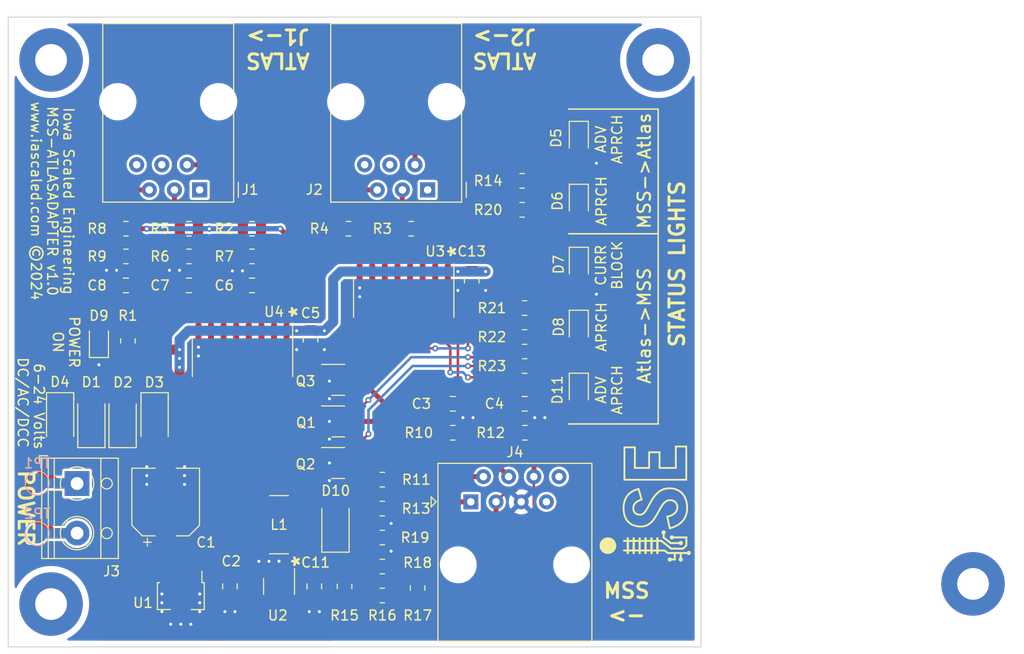
<source format=kicad_pcb>
(kicad_pcb (version 20211014) (generator pcbnew)
  (layers (0 "F.Cu" signal) (31 "B.Cu" signal) (34 "B.Paste" user) (35 "F.Paste" user) (36 "B.SilkS" user "B.Silkscreen") (37 "F.SilkS" user "F.Silkscreen") (38 "B.Mask" user) (39 "F.Mask" user) (44 "Edge.Cuts" user))
  (net 0 "")
  (net 1 "/VPWR")
  (net 2 "GND")
  (net 3 "+5V")
  (net 4 "Net-(C3-Pad1)")
  (net 5 "Net-(D1-Pad2)")
  (net 6 "Net-(D2-Pad2)")
  (net 7 "Net-(C4-Pad1)")
  (net 8 "Net-(D6-Pad2)")
  (net 13 "Net-(C7-Pad1)")
  (net 14 "Net-(C8-Pad1)")
  (net 15 "Net-(J2-Pad3)")
  (net 16 "Net-(J2-Pad5)")
  (net 17 "+12V")
  (net 18 "Net-(D5-Pad2)")
  (net 19 "Net-(D9-Pad2)")
  (net 20 "Net-(D10-Pad2)")
  (net 21 "Net-(D11-Pad2)")
  (net 23 "Net-(J1-Pad2)")
  (net 24 "Net-(C6-Pad1)")
  (net 25 "Net-(D7-Pad2)")
  (net 26 "Net-(D8-Pad2)")
  (net 27 "Net-(J1-Pad3)")
  (net 29 "Net-(J1-Pad5)")
  (net 34 "Net-(J4-Pad1)")
  (net 35 "Net-(J4-Pad2)")
  (net 36 "Net-(J4-Pad3)")
  (net 37 "Net-(J4-Pad4)")
  (net 38 "Net-(J4-Pad6)")
  (net 41 "/A_MSS_IN")
  (net 42 "/AA_MSS_IN")
  (net 43 "/S_MSS_IN")
  (net 44 "Net-(R3-Pad1)")
  (net 45 "Net-(R4-Pad1)")
  (net 46 "/AA_MSS_OUT")
  (net 47 "Net-(R15-Pad1)")
  (net 48 "Net-(R16-Pad1)")
  (net 49 "Net-(R17-Pad1)")
  (net 50 "Net-(R18-Pad1)")
  (net 51 "/A_MSS_OUT")
  (footprint "Capacitor_SMD:C_0805_2012Metric" (layer "F.Cu") (at 55.88 160.782 -90)
    (fp_text reference "C5")
    (fp_text value "0.1uF")
  )
  (footprint "Resistor_SMD:R_0805_2012Metric" (layer "F.Cu") (at 77.216 147.701)
    (fp_text reference "R20")
    (fp_text value "1k")
  )
  (footprint "Resistor_SMD:R_0805_2012Metric" (layer "F.Cu") (at 59.309 185.674 90)
    (fp_text reference "R15")
    (fp_text value "10k")
  )
  (footprint "Resistor_SMD:R_0805_2012Metric" (layer "F.Cu") (at 77.216 144.78)
    (fp_text reference "R14")
    (fp_text value "1k")
  )
  (footprint "Resistor_SMD:R_0805_2012Metric" (layer "F.Cu") (at 77.4935 170.18 180)
    (fp_text reference "R12")
    (fp_text value "10k")
  )
  (footprint "TerminalBlock_RND:TerminalBlock_RND_205-00012_1x02_P5.00mm_Horizontal" (layer "F.Cu") (at 32.339 175.3 -90)
    (fp_text reference "J3")
    (fp_text value "Screw_Terminal_01x02")
  )
  (footprint "Package_SO:SO-16_3.9x9.9mm_P1.27mm" (layer "F.Cu") (at 65.278 156.591 -90)
    (fp_text reference "U3")
    (fp_text value "74HC4049")
  )
  (footprint "Resistor_SMD:R_0805_2012Metric" (layer "F.Cu") (at 77.47 157.607)
    (fp_text reference "R21")
    (fp_text value "1k")
  )
  (footprint "Capacitor_SMD:C_0805_2012Metric" (layer "F.Cu") (at 72.136 154.813 -90)
    (fp_text reference "C13")
    (fp_text value "0.1uF")
  )
  (footprint "Resistor_SMD:R_0805_2012Metric" (layer "F.Cu") (at 59.7135 149.606 180)
    (fp_text reference "R4")
    (fp_text value "330")
  )
  (footprint "MountingHole:MountingHole_3.2mm_M3_Pad" (layer "F.Cu") (at 122.682 185.42)
    (fp_text reference "H2" hide)
    (fp_text value "MountingHole")
  )
  (footprint "Resistor_SMD:R_0805_2012Metric" (layer "F.Cu") (at 43.622 149.606 180)
    (fp_text reference "R5")
    (fp_text value "10k")
  )
  (footprint "ISE_Generic:SOD-123T" (layer "F.Cu") (at 40.132 168.91 -90)
    (fp_text reference "D3")
    (fp_text value "CDBM140G")
  )
  (footprint "ISE_Generic:SOD-123T" (layer "F.Cu") (at 58.42 179.451 90)
    (fp_text reference "D10")
    (fp_text value "CDBM140G")
  )
  (footprint "ISE_UltraLibrarian:MSS6132-xxxMLC" (layer "F.Cu") (at 52.705 179.451)
    (fp_text reference "L1")
    (fp_text value "4.7uH" hide)
  )
  (footprint "Package_TO_SOT_SMD:SOT-23" (layer "F.Cu") (at 58.674 169.037)
    (fp_text reference "Q1")
    (fp_text value "ZXMS6004FF")
  )
  (footprint "Capacitor_SMD:C_0805_2012Metric" (layer "F.Cu") (at 37.272 155.321 180)
    (fp_text reference "C8")
    (fp_text value "0.1uF")
  )
  (footprint "Resistor_SMD:R_0805_2012Metric" (layer "F.Cu") (at 66.04 149.606 180)
    (fp_text reference "R3")
    (fp_text value "330")
  )
  (footprint "Resistor_SMD:R_0805_2012Metric" (layer "F.Cu") (at 63.119 177.827 180)
    (fp_text reference "R13")
    (fp_text value "10k")
  )
  (footprint "Package_TO_SOT_SMD:SOT-23" (layer "F.Cu") (at 58.674 173.228)
    (fp_text reference "Q2")
    (fp_text value "ZXMS6004FF")
  )
  (footprint "Connector_RJ:RJ12_Amphenol_54601" (layer "F.Cu") (at 44.699 145.692 180)
    (fp_text reference "J1")
    (fp_text value "6P6C")
  )
  (footprint "MountingHole:MountingHole_3.2mm_M3_Pad" (layer "F.Cu") (at 90.932 132.588)
    (fp_text reference "H3" hide)
    (fp_text value "MountingHole")
  )
  (footprint "Package_TO_SOT_SMD:SOT-23-5" (layer "F.Cu") (at 52.705 185.674 -90)
    (fp_text reference "U2")
    (fp_text value "AP3012")
  )
  (footprint "LED_SMD:LED_0805_2012Metric" (layer "F.Cu") (at 82.931 153.162 -90)
    (fp_text reference "D7")
    (fp_text value "RED")
  )
  (footprint "Capacitor_SMD:C_0805_2012Metric" (layer "F.Cu") (at 56.261 185.674 -90)
    (fp_text reference "C11")
    (fp_text value "10uF")
  )
  (footprint "Connector_RJ:RJ45_Amphenol_54602-x08_Horizontal" (layer "F.Cu") (at 72.0445 177.145)
    (fp_text reference "J4")
    (fp_text value "8P8C")
  )
  (footprint "Resistor_SMD:R_0805_2012Metric" (layer "F.Cu") (at 37.272 152.4)
    (fp_text reference "R9")
    (fp_text value "10k")
  )
  (footprint "Package_TO_SOT_SMD:SOT-23" (layer "F.Cu") (at 58.674 164.846)
    (fp_text reference "Q3")
    (fp_text value "ZXMS6004FF")
  )
  (footprint "Resistor_SMD:R_0805_2012Metric" (layer "F.Cu") (at 77.47 163.449)
    (fp_text reference "R23")
    (fp_text value "1k")
  )
  (footprint "Capacitor_SMD:C_0805_2012Metric" (layer "F.Cu") (at 70.231 167.259)
    (fp_text reference "C3")
    (fp_text value "0.1uF")
  )
  (footprint "ISE_Generic:SOT-89-3" (layer "F.Cu") (at 42.799 186.3475 -90)
    (fp_text reference "U1")
    (fp_text value "AP7381-50Y")
  )
  (footprint "LED_SMD:LED_0805_2012Metric" (layer "F.Cu") (at 82.931 165.862 -90)
    (fp_text reference "D11")
    (fp_text value "BLUE")
  )
  (footprint "Capacitor_SMD:C_0805_2012Metric" (layer "F.Cu") (at 47.752 185.674 -90)
    (fp_text reference "C2")
    (fp_text value "22uF")
  )
  (footprint "Capacitor_SMD:CP_Elec_6.3x5.8" (layer "F.Cu") (at 41.275 177.165 90)
    (fp_text reference "C1")
    (fp_text value "68uF")
  )
  (footprint "ISE_Generic:SOD-123T" (layer "F.Cu") (at 30.607 168.91 -90)
    (fp_text reference "D4")
    (fp_text value "CDBM140G")
  )
  (footprint "MountingHole:MountingHole_3.2mm_M3_Pad" (layer "F.Cu") (at 29.718 187.452)
    (fp_text reference "H1" hide)
    (fp_text value "MountingHole")
  )
  (footprint "Resistor_SMD:R_0805_2012Metric" (layer "F.Cu") (at 63.119 183.669)
    (fp_text reference "R18")
    (fp_text value "1k")
  )
  (footprint "Resistor_SMD:R_0805_2012Metric" (layer "F.Cu") (at 49.972 149.606 180)
    (fp_text reference "R2")
    (fp_text value "10k")
  )
  (footprint "Capacitor_SMD:C_0805_2012Metric" (layer "F.Cu") (at 77.47 167.259)
    (fp_text reference "C4")
    (fp_text value "0.1uF")
  )
  (footprint "Resistor_SMD:R_0805_2012Metric" (layer "F.Cu") (at 66.675 185.828 -90)
    (fp_text reference "R17")
    (fp_text value "1k")
  )
  (footprint "MountingHole:MountingHole_3.2mm_M3_Pad" (layer "F.Cu") (at 29.718 132.588)
    (fp_text reference "H4" hide)
    (fp_text value "MountingHole")
  )
  (footprint "Resistor_SMD:R_0805_2012Metric" (layer "F.Cu") (at 63.119 186.59 180)
    (fp_text reference "R16")
    (fp_text value "10k")
  )
  (footprint "Resistor_SMD:R_0805_2012Metric" (layer "F.Cu") (at 63.119 174.906 180)
    (fp_text reference "R11")
    (fp_text value "10k")
  )
  (footprint "Resistor_SMD:R_0805_2012Metric" (layer "F.Cu") (at 43.622 152.4 180)
    (fp_text reference "R6")
    (fp_text value "10k")
  )
  (footprint "Resistor_SMD:R_0805_2012Metric" (layer "F.Cu") (at 37.272 149.606 180)
    (fp_text reference "R8")
    (fp_text value "10k")
  )
  (footprint "Resistor_SMD:R_0805_2012Metric" (layer "F.Cu") (at 37.465 160.909 -90)
    (fp_text reference "R1")
    (fp_text value "1k")
  )
  (footprint "Connector_RJ:RJ12_Amphenol_54601" (layer "F.Cu") (at 67.686 145.692 180)
    (fp_text reference "J2")
    (fp_text value "6P6C")
  )
  (footprint "Package_SO:SO-16_3.9x9.9mm_P1.27mm" (layer "F.Cu") (at 49.022 162.56 -90)
    (fp_text reference "U4")
    (fp_text value "74HC4049")
  )
  (footprint "Capacitor_SMD:C_0805_2012Metric" (layer "F.Cu") (at 49.972 155.321 180)
    (fp_text reference "C6")
    (fp_text value "0.1uF")
  )
  (footprint "Resistor_SMD:R_0805_2012Metric" (layer "F.Cu") (at 63.119 180.748 180)
    (fp_text reference "R19")
    (fp_text value "330")
  )
  (footprint "LED_SMD:LED_0805_2012Metric" (layer "F.Cu") (at 34.544 160.909 90)
    (fp_text reference "D9")
    (fp_text value "GREEN LED")
  )
  (footprint "Capacitor_SMD:C_0805_2012Metric" (layer "F.Cu") (at 43.622 155.321 180)
    (fp_text reference "C7")
    (fp_text value "0.1uF")
  )
  (footprint "LED_SMD:LED_0805_2012Metric" (layer "F.Cu") (at 82.931 159.512 -90)
    (fp_text reference "D8")
    (fp_text value "AMBER")
  )
  (footprint "Resistor_SMD:R_0805_2012Metric" (layer "F.Cu") (at 70.231 170.18 180)
    (fp_text reference "R10")
    (fp_text value "10k")
  )
  (footprint "Resistor_SMD:R_0805_2012Metric" (layer "F.Cu") (at 49.972 152.4 180)
    (fp_text reference "R7")
    (fp_text value "10k")
  )
  (footprint "ISE_Generic:SOD-123T" (layer "F.Cu") (at 33.8074 168.91 90)
    (fp_text reference "D1")
    (fp_text value "CDBM140G")
  )
  (footprint "LED_SMD:LED_0805_2012Metric" (layer "F.Cu") (at 82.931 146.812 -90)
    (fp_text reference "D6")
    (fp_text value "AMBER")
  )
  (footprint "Resistor_SMD:R_0805_2012Metric" (layer "F.Cu") (at 77.47 160.528)
    (fp_text reference "R22")
    (fp_text value "1k")
  )
  (footprint "LED_SMD:LED_0805_2012Metric" (layer "F.Cu") (at 82.931 140.462 -90)
    (fp_text reference "D5")
    (fp_text value "BLUE")
  )
  (footprint "ISE_Generic:SOD-123T" (layer "F.Cu") (at 36.957 168.91 90)
    (fp_text reference "D2")
    (fp_text value "CDBM140G")
  )
  (footprint "TestPoint:TestPoint_Pad_D2.0mm" (layer "B.Cu") (at 28.321 180.34 180)
    (fp_text reference "TP2")
    (fp_text value "TestPoint")
  )
  (footprint "TestPoint:TestPoint_Pad_D2.0mm" (layer "B.Cu") (at 28.321 175.26 180)
    (fp_text reference "TP1")
    (fp_text value "TestPoint")
  )
  (gr_poly (pts (xy 91.272125 180.216042) (xy 91.273894 180.201175) (xy 91.276563 180.186392) (xy 91.280106 180.171805) (xy 91.284491 180.157523) (xy 91.289691 180.143658) (xy 91.295677 180.13032) (xy 91.302419 180.11762) (xy 91.309888 180.105668) (xy 91.318057 180.094575) (xy 91.322394 180.089386) (xy 91.326895 180.084452) (xy 91.331556 180.079788) (xy 91.336374 180.075408) (xy 91.346919 180.066658) (xy 91.357765 180.058658) (xy 91.368882 180.051403) (xy 91.380241 180.044889) (xy 91.391811 180.039109) (xy 91.403562 180.034057) (xy 91.415465 180.029729) (xy 91.42749 180.026119) (xy 91.439606 180.02322) (xy 91.451785 180.021028) (xy 91.463996 180.019537) (xy 91.47621 180.018742) (xy 91.488396 180.018636) (xy 91.500525 180.019215) (xy 91.512567 180.020473) (xy 91.524492 180.022403) (xy 91.536271 180.025002) (xy 91.547872 180.028262) (xy 91.559268 180.032179) (xy 91.570427 180.036747) (xy 91.581319 180.041961) (xy 91.591916 180.047814) (xy 91.602187 180.054302) (xy 91.612103 180.061418) (xy 91.621632 180.069158) (xy 91.630747 180.077515) (xy 91.639416 180.086485) (xy 91.64761 180.096061) (xy 91.6553 180.106238) (xy 91.662454 180.11701) (xy 91.669044 180.128373) (xy 91.67504 180.140319) (xy 91.679257 180.150254) (xy 91.682912 180.160695) (xy 91.686004 180.17157) (xy 91.688534 180.182807) (xy 91.690502 180.194333) (xy 91.691908 180.206077) (xy 91.692751 180.217965) (xy 91.693032 180.229925) (xy 91.692751 180.241885) (xy 91.691908 180.253773) (xy 91.690502 180.265517) (xy 91.688534 180.277043) (xy 91.686004 180.28828) (xy 91.682912 180.299155) (xy 91.679257 180.309596) (xy 91.67504 180.31953) (xy 91.671594 180.326165) (xy 91.667413 180.333286) (xy 91.662605 180.340766) (xy 91.65728 180.34848) (xy 91.651546 180.356302) (xy 91.645511 180.364105) (xy 91.639283 180.371763) (xy 91.632972 180.37915) (xy 91.626685 180.38614) (xy 91.620532 180.392608) (xy 91.614621 180.398426) (xy 91.60906 180.40347) (xy 91.603958 180.407612) (xy 91.601613 180.409305) (xy 91.599424 180.410726) (xy 91.597403 180.411859) (xy 91.595565 180.412688) (xy 91.593923 180.413196) (xy 91.592491 180.413369) (xy 91.591838 180.414093) (xy 91.591205 180.416218) (xy 91.59001 180.424383) (xy 91.588931 180.437294) (xy 91.587993 180.45438) (xy 91.58722 180.475071) (xy 91.586637 180.498797) (xy 91.586141 180.553069) (xy 91.586141 180.692769) (xy 91.908579 180.94818) (xy 92.231724 181.203591) (xy 93.023357 181.203591) (xy 93.033235 181.185247) (xy 93.036687 181.179436) (xy 93.040909 181.173419) (xy 93.045828 181.167256) (xy 93.05137 181.161005) (xy 93.057462 181.154724) (xy 93.06403 181.148474) (xy 93.071001 181.142313) (xy 93.078302 181.136299) (xy 93.08586 181.130492) (xy 93.0936 181.124951) (xy 93.10145 181.119734) (xy 93.109336 181.114901) (xy 93.117184 181.11051) (xy 93.124922 181.10662) (xy 93.132477 181.103291) (xy 93.139773 181.10058) (xy 93.149901 181.097669) (xy 93.160634 181.09528) (xy 93.171868 181.093409) (xy 93.183496 181.092048) (xy 93.195414 181.091191) (xy 93.207515 181.090832) (xy 93.219696 181.090965) (xy 93.231849 181.091584) (xy 93.24387 181.092683) (xy 93.255653 181.094255) (xy 93.267093 181.096294) (xy 93.278085 181.098794) (xy 93.288522 181.101749) (xy 93.298301 181.105153) (xy 93.307314 181.108998) (xy 93.315457 181.11328) (xy 93.328413 181.121449) (xy 93.340555 181.13008) (xy 93.351881 181.139172) (xy 93.362387 181.148723) (xy 93.372071 181.158734) (xy 93.380929 181.169202) (xy 93.388958 181.180128) (xy 93.396155 181.191509) (xy 93.402517 181.203345) (xy 93.408041 181.215634) (xy 93.412723 181.228376) (xy 93.416561 181.24157) (xy 93.419552 181.255215) (xy 93.421692 181.269309) (xy 93.422978 181.283851) (xy 93.423407 181.298842) (xy 93.423145 181.310126) (xy 93.422364 181.321217) (xy 93.421076 181.332105) (xy 93.419291 181.342778) (xy 93.417022 181.353224) (xy 93.414278 181.363434) (xy 93.411071 181.373397) (xy 93.407411 181.3831) (xy 93.40331 181.392534) (xy 93.398779 181.401687) (xy 93.393829 181.410548) (xy 93.38847 181.419107) (xy 93.382714 181.427352) (xy 93.376571 181.435272) (xy 93.370053 181.442857) (xy 93.36317 181.450095) (xy 93.355934 181.456975) (xy 93.348356 181.463487) (xy 93.340446 181.46962) (xy 93.332215 181.475361) (xy 93.323675 181.480701) (xy 93.314837 181.485629) (xy 93.305711 181.490133) (xy 93.296308 181.494203) (xy 93.286639 181.497827) (xy 93.276716 181.500995) (xy 93.26655 181.503696) (xy 93.25615 181.505918) (xy 93.245529 181.507651) (xy 93.234698 181.508883) (xy 93.223666 181.509604) (xy 93.212446 181.509803) (xy 93.200191 181.509529) (xy 93.188289 181.508706) (xy 93.17673 181.507328) (xy 93.165504 181.505393) (xy 93.154601 181.502895) (xy 93.14401 181.499831) (xy 93.13372 181.496196) (xy 93.123722 181.491987) (xy 93.114006 181.487199) (xy 93.104559 181.481828) (xy 93.095374 181.47587) (xy 93.086438 181.469321) (xy 93.077743 181.462177) (xy 93.069276 181.454433) (xy 93.061029 181.446085) (xy 93.052991 181.43713) (xy 93.021946 181.401147) (xy 92.156229 181.401147) (xy 91.769585 181.095641) (xy 91.382235 180.790842) (xy 91.381529 180.603869) (xy 91.380824 180.416897) (xy 91.353307 180.397847) (xy 91.347018 180.393262) (xy 91.340861 180.388256) (xy 91.334852 180.382853) (xy 91.32901 180.377077) (xy 91.323348 180.370955) (xy 91.317886 180.36451) (xy 91.312638 180.357767) (xy 91.307622 180.350751) (xy 91.302854 180.343488) (xy 91.298351 180.336001) (xy 91.294129 180.328316) (xy 91.290204 180.320457) (xy 91.286594 180.312449) (xy 91.283314 180.304317) (xy 91.280382 180.296086) (xy 91.277813 180.28778) (xy 91.276095 180.28103) (xy 91.274641 180.274148) (xy 91.272516 180.260047) (xy 91.271407 180.245589) (xy 91.271286 180.230884)) (layer "F.SilkS") (width 0) (fill solid))
  (gr_line (start 90.932 137.541) (end 81.915 137.541) (layer "F.SilkS") (width 0.15))
  (gr_poly (pts (xy 88.679252 171.558647) (xy 88.679252 173.632981) (xy 89.928085 173.632981) (xy 89.928085 172.052536) (xy 91.162807 172.052536) (xy 91.162807 173.632981) (xy 92.623307 173.632981) (xy 92.623307 171.47398) (xy 93.858029 171.47398) (xy 93.858029 175.008814) (xy 93.674585 175.008814) (xy 93.674585 174.82537) (xy 93.674585 171.657425) (xy 92.806752 171.657425) (xy 92.806752 173.816426) (xy 90.979363 173.816426) (xy 90.979363 172.235981) (xy 90.11153 172.235981) (xy 90.11153 173.816426) (xy 88.488752 173.816426) (xy 88.488752 171.742092) (xy 87.620919 171.742092) (xy 87.620919 174.82537) (xy 93.674585 174.82537) (xy 93.674585 175.008814) (xy 87.437474 175.008814) (xy 87.437474 171.558647)) (layer "F.SilkS") (width 0) (fill solid))
  (gr_poly (pts (xy 87.354133 177.701652) (xy 87.355211 177.631871) (xy 87.357115 177.572243) (xy 87.359863 177.527647) (xy 87.379121 177.372012) (xy 87.407959 177.221934) (xy 87.425927 177.149036) (xy 87.446236 177.077596) (xy 87.468869 177.007636) (xy 87.493808 176.939181) (xy 87.521036 176.872252) (xy 87.550534 176.806872) (xy 87.582284 176.743065) (xy 87.616269 176.680852) (xy 87.652471 176.620258) (xy 87.690872 176.561305) (xy 87.731455 176.504015) (xy 87.774201 176.448412) (xy 87.819092 176.394518) (xy 87.866111 176.342357) (xy 87.91524 176.291951) (xy 87.966462 176.243322) (xy 88.019757 176.196495) (xy 88.075109 176.151492) (xy 88.1325 176.108335) (xy 88.191911 176.067048) (xy 88.253326 176.027653) (xy 88.316726 175.990174) (xy 88.382092 175.954632) (xy 88.449409 175.921052) (xy 88.518657 175.889455) (xy 88.589819 175.859865) (xy 88.737813 175.806797) (xy 88.773999 175.79543) (xy 88.814707 175.783459) (xy 88.857384 175.771537) (xy 88.899473 175.760319) (xy 88.938421 175.750456) (xy 88.971671 175.742603) (xy 88.99667 175.737412) (xy 89.005277 175.736019) (xy 89.010863 175.735536) (xy 89.012777 175.737307) (xy 89.015661 175.74279) (xy 89.024643 175.765919) (xy 89.057606 175.868004) (xy 89.114646 176.058195) (xy 89.200657 176.352897) (xy 89.270088 176.593073) (xy 89.326422 176.789989) (xy 89.363971 176.923405) (xy 89.373923 176.959975) (xy 89.377046 176.97308) (xy 89.374568 176.974279) (xy 89.368469 176.976718) (xy 89.34706 176.984722) (xy 89.316126 176.995901) (xy 89.278974 177.009064) (xy 89.195457 177.039678) (xy 89.117351 177.070983) (xy 89.044559 177.10306) (xy 88.976985 177.135987) (xy 88.914534 177.169844) (xy 88.857108 177.204711) (xy 88.83025 177.222548) (xy 88.804613 177.240667) (xy 88.780184 177.259079) (xy 88.756951 177.277792) (xy 88.734903 177.296818) (xy 88.714027 177.316166) (xy 88.694312 177.335846) (xy 88.675745 177.355868) (xy 88.658314 177.376242) (xy 88.642008 177.396977) (xy 88.626814 177.418085) (xy 88.61272 177.439574) (xy 88.599715 177.461455) (xy 88.587786 177.483738) (xy 88.576921 177.506432) (xy 88.567108 177.529547) (xy 88.558336 177.553095) (xy 88.550592 177.577083) (xy 88.543864 177.601523) (xy 88.538141 177.626425) (xy 88.5349 177.64308) (xy 88.532057 177.660913) (xy 88.529612 177.679744) (xy 88.527568 177.699395) (xy 88.524684 177.74044) (xy 88.523412 177.782617) (xy 88.523761 177.824497) (xy 88.525739 177.864649) (xy 88.527341 177.88363) (xy 88.529353 177.901642) (xy 88.531777 177.918508) (xy 88.534613 177.934047) (xy 88.545711 177.97954) (xy 88.55943 178.022363) (xy 88.575781 178.062523) (xy 88.594773 178.100029) (xy 88.605262 178.117789) (xy 88.616414 178.134889) (xy 88.628232 178.15133) (xy 88.640715 178.167112) (xy 88.653865 178.182237) (xy 88.667684 178.196705) (xy 88.682173 178.210519) (xy 88.697332 178.223678) (xy 88.713162 178.236184) (xy 88.729666 178.248037) (xy 88.746844 178.25924) (xy 88.764697 178.269792) (xy 88.802434 178.288951) (xy 88.842886 178.305522) (xy 88.886062 178.319513) (xy 88.931972 178.330933) (xy 88.980624 178.33979) (xy 89.03203 178.346092) (xy 89.053484 178.347908) (xy 89.073985 178.349114) (xy 89.093623 178.349693) (xy 89.112485 178.34963) (xy 89.130661 178.34891) (xy 89.148239 178.347518) (xy 89.16531 178.345437) (xy 89.18196 178.342652) (xy 89.19828 178.339148) (xy 89.214358 178.334909) (xy 89.230283 178.329919) (xy 89.246144 178.324164) (xy 89.262029 178.317627) (xy 89.278029 178.310294) (xy 89.294231 178.302148) (xy 89.310724 178.293175) (xy 89.329949 178.281804) (xy 89.349268 178.269117) (xy 89.36869 178.255103) (xy 89.388225 178.239751) (xy 89.407884 178.223051) (xy 89.427678 178.204994) (xy 89.447617 178.185568) (xy 89.46771 178.164764) (xy 89.487969 178.14257) (xy 89.508404 178.118977) (xy 89.529024 178.093974) (xy 89.549841 178.067551) (xy 89.570865 178.039698) (xy 89.592106 178.010404) (xy 89.613574 177.979659) (xy 89.63528 177.947453) (xy 89.664978 177.901954) (xy 89.693741 177.856249) (xy 89.72315 177.807616) (xy 89.754783 177.753337) (xy 89.831038 177.616955) (xy 89.935141 177.425342) (xy 90.005904 177.294273) (xy 90.067466 177.18166) (xy 90.121536 177.084525) (xy 90.169826 176.999891) (xy 90.214049 176.924783) (xy 90.255915 176.856223) (xy 90.297136 176.791235) (xy 90.339424 176.726842) (xy 90.424449 176.604752) (xy 90.510832 176.490824) (xy 90.598741 176.384951) (xy 90.688343 176.287027) (xy 90.779805 176.196945) (xy 90.873295 176.1146) (xy 90.96898 176.039884) (xy 91.067028 175.972691) (xy 91.167606 175.912914) (xy 91.270881 175.860448) (xy 91.377022 175.815186) (xy 91.486194 175.77702) (xy 91.598567 175.745846) (xy 91.714306 175.721556) (xy 91.833581 175.704044) (xy 91.956557 175.693203) (xy 92.032137 175.690179) (xy 92.110082 175.69005) (xy 92.189449 175.692731) (xy 92.269295 175.698142) (xy 92.348678 175.706198) (xy 92.426656 175.716817) (xy 92.502285 175.729917) (xy 92.574624 175.745414) (xy 92.705902 175.781513) (xy 92.831598 175.82644) (xy 92.951534 175.879995) (xy 93.065536 175.941977) (xy 93.173428 176.012187) (xy 93.275034 176.090422) (xy 93.370178 176.176484) (xy 93.458685 176.270171) (xy 93.540379 176.371283) (xy 93.615084 176.479619) (xy 93.682625 176.594979) (xy 93.742825 176.717162) (xy 93.79551 176.845968) (xy 93.840503 176.981197) (xy 93.877629 177.122648) (xy 93.906712 177.270119) (xy 93.922051 177.376373) (xy 93.933645 177.485678) (xy 93.941452 177.596586) (xy 93.94543 177.707652) (xy 93.945539 177.817428) (xy 93.941737 177.924467) (xy 93.933983 178.027322) (xy 93.928611 178.076729) (xy 93.922235 178.124547) (xy 93.902351 178.239316) (xy 93.877103 178.350779) (xy 93.846498 178.458923) (xy 93.810548 178.563733) (xy 93.76926 178.665194) (xy 93.722644 178.763292) (xy 93.67071 178.858013) (xy 93.613466 178.949341) (xy 93.550923 179.037263) (xy 93.483088 179.121764) (xy 93.409973 179.20283) (xy 93.331586 179.280445) (xy 93.247935 179.354597) (xy 93.159032 179.425269) (xy 93.064884 179.492448) (xy 92.965502 179.556119) (xy 92.924927 179.579699) (xy 92.876249 179.606247) (xy 92.821882 179.634564) (xy 92.764242 179.663452) (xy 92.705741 179.691711) (xy 92.648795 179.718144) (xy 92.595818 179.74155) (xy 92.549224 179.760731) (xy 92.477428 179.787772) (xy 92.396471 179.815929) (xy 92.311942 179.843541) (xy 92.229431 179.868945) (xy 92.177741 179.883806) (xy 92.177741 179.687587) (xy 92.181188 179.687353) (xy 92.18552 179.686656) (xy 92.190858 179.685481) (xy 92.197322 179.683815) (xy 92.205034 179.681642) (xy 92.224683 179.675719) (xy 92.250774 179.667597) (xy 92.307359 179.649255) (xy 92.3633 179.629968) (xy 92.418532 179.609768) (xy 92.472991 179.588685) (xy 92.52661 179.56675) (xy 92.579324 179.543995) (xy 92.631069 179.52045) (xy 92.68178 179.496147) (xy 92.731391 179.471116) (xy 92.779837 179.445388) (xy 92.827053 179.418995) (xy 92.872974 179.391967) (xy 92.917536 179.364336) (xy 92.960671 179.336132) (xy 93.002317 179.307386) (xy 93.042407 179.27813) (xy 93.119932 179.216892) (xy 93.192974 179.153018) (xy 93.261547 179.086486) (xy 93.325666 179.017273) (xy 93.385344 178.945356) (xy 93.440597 178.870713) (xy 93.491438 178.793321) (xy 93.537884 178.713157) (xy 93.579946 178.630198) (xy 93.617642 178.544421) (xy 93.650984 178.455805) (xy 93.679987 178.364326) (xy 93.704666 178.269961) (xy 93.725035 178.172687) (xy 93.741109 178.072483) (xy 93.752901 177.969325) (xy 93.756491 177.913583) (xy 93.758336 177.845786) (xy 93.758544 177.769821) (xy 93.757223 177.689572) (xy 93.754479 177.608926) (xy 93.750421 177.53177) (xy 93.745155 177.461989) (xy 93.73879 177.403469) (xy 93.726421 177.320835) (xy 93.7118 177.240411) (xy 93.694926 177.162191) (xy 93.675797 177.086168) (xy 93.654411 177.012336) (xy 93.630766 176.940688) (xy 93.604859 176.87122) (xy 93.576689 176.803924) (xy 93.546253 176.738794) (xy 93.51355 176.675824) (xy 93.478577 176.615008) (xy 93.441333 176.55634) (xy 93.401814 176.499813) (xy 93.36002 176.445421) (xy 93.315948 176.393159) (xy 93.269596 176.343019) (xy 93.22316 176.297043) (xy 93.17536 176.253552) (xy 93.126138 176.212516) (xy 93.075436 176.173907) (xy 93.023196 176.137695) (xy 92.96936 176.103853) (xy 92.913871 176.07235) (xy 92.85667 176.043158) (xy 92.797699 176.016249) (xy 92.736902 175.991592) (xy 92.674219 175.96916) (xy 92.609593 175.948922) (xy 92.542966 175.930851) (xy 92.474281 175.914918) (xy 92.403478 175.901093) (xy 92.330502 175.889347) (xy 92.309204 175.886774) (xy 92.283318 175.884609) (xy 92.220391 175.881476) (xy 92.146947 175.879896) (xy 92.068211 175.879822) (xy 91.98941 175.881203) (xy 91.915767 175.883989) (xy 91.85251 175.888132) (xy 91.804863 175.893581) (xy 91.766116 175.900308) (xy 91.724286 175.90864) (xy 91.680653 175.918261) (xy 91.636499 175.928858) (xy 91.593106 175.940117) (xy 91.551756 175.951722) (xy 91.513729 175.963361) (xy 91.480307 175.974719) (xy 91.451947 175.985574) (xy 91.423025 175.997464) (xy 91.39364 176.010331) (xy 91.363891 176.024119) (xy 91.333877 176.038772) (xy 91.303698 176.054231) (xy 91.243241 176.087344) (xy 91.183312 176.123003) (xy 91.124707 176.160755) (xy 91.096149 176.180273) (xy 91.068219 176.200143) (xy 91.041016 176.220309) (xy 91.01464 176.240714) (xy 90.997908 176.254502) (xy 90.979137 176.270787) (xy 90.936721 176.309583) (xy 90.889873 176.35458) (xy 90.841074 176.403256) (xy 90.792804 176.45309) (xy 90.747544 176.50156) (xy 90.707774 176.546143) (xy 90.675974 176.584319) (xy 90.608762 176.671779) (xy 90.545601 176.758669) (xy 90.483862 176.849246) (xy 90.420916 176.947768) (xy 90.354133 177.058495) (xy 90.280885 177.185684) (xy 90.198542 177.333593) (xy 90.104474 177.50648) (xy 90.009748 177.680421) (xy 89.928614 177.825513) (xy 89.892328 177.888499) (xy 89.858461 177.945784) (xy 89.826686 177.99787) (xy 89.796675 178.04526) (xy 89.768104 178.088459) (xy 89.740644 178.127969) (xy 89.71397 178.164293) (xy 89.687755 178.197936) (xy 89.661672 178.2294) (xy 89.635395 178.259188) (xy 89.608597 178.287805) (xy 89.580952 178.315753) (xy 89.553218 178.34251) (xy 89.526036 178.367255) (xy 89.499293 178.390046) (xy 89.47288 178.410937) (xy 89.446687 178.429983) (xy 89.420602 178.447242) (xy 89.394515 178.462769) (xy 89.368315 178.476619) (xy 89.341892 178.488849) (xy 89.315135 178.499514) (xy 89.287934 178.50867) (xy 89.260178 178.516373) (xy 89.231756 178.522679) (xy 89.202558 178.527643) (xy 89.172473 178.531321) (xy 89.141391 178.533769) (xy 89.092537 178.535459) (xy 89.043981 178.534486) (xy 88.995891 178.530917) (xy 88.948432 178.524817) (xy 88.901772 178.516254) (xy 88.856075 178.505293) (xy 88.811509 178.492001) (xy 88.76824 178.476443) (xy 88.726435 178.458685) (xy 88.686259 178.438795) (xy 88.64788 178.416837) (xy 88.611463 178.392879) (xy 88.577176 178.366985) (xy 88.545184 178.339223) (xy 88.515654 178.309659) (xy 88.501864 178.294221) (xy 88.488752 178.278358) (xy 88.455318 178.231776) (xy 88.425938 178.181496) (xy 88.40063 178.12797) (xy 88.379413 178.071652) (xy 88.362305 178.012995) (xy 88.349325 177.952449) (xy 88.340491 177.89047) (xy 88.335823 177.827508) (xy 88.335338 177.764018) (xy 88.339056 177.70045) (xy 88.346994 177.637259) (xy 88.359172 177.574897) (xy 88.375608 177.513817) (xy 88.396321 177.45447) (xy 88.421329 177.397311) (xy 88.450652 177.342791) (xy 88.460666 177.326948) (xy 88.472591 177.309969) (xy 88.486239 177.292044) (xy 88.501419 177.27336) (xy 88.517942 177.254106) (xy 88.53562 177.234469) (xy 88.554264 177.214638) (xy 88.573683 177.194801) (xy 88.59369 177.175146) (xy 88.614094 177.155861) (xy 88.634707 177.137133) (xy 88.65534 177.119152) (xy 88.675803 177.102106) (xy 88.695908 177.086181) (xy 88.715465 177.071568) (xy 88.734285 177.058452) (xy 88.769238 177.036382) (xy 88.808324 177.013385) (xy 88.85052 176.989991) (xy 88.894799 176.96673) (xy 88.940137 176.94413) (xy 88.985507 176.922721) (xy 89.029886 176.903032) (xy 89.072247 176.885592) (xy 89.083133 176.881256) (xy 89.093058 176.877232) (xy 89.102052 176.873502) (xy 89.110148 176.870047) (xy 89.117375 176.866849) (xy 89.123766 176.863888) (xy 89.126656 176.86249) (xy 89.12935 176.861146) (xy 89.131849 176.859851) (xy 89.134159 176.858604) (xy 89.136282 176.857403) (xy 89.138224 176.856245) (xy 89.139987 176.855127) (xy 89.141575 176.854048) (xy 89.142993 176.853006) (xy 89.144245 176.851997) (xy 89.145334 176.85102) (xy 89.146263 176.850071) (xy 89.147038 176.84915) (xy 89.147662 176.848253) (xy 89.148138 176.847379) (xy 89.148471 176.846524) (xy 89.148664 176.845687) (xy 89.148722 176.844866) (xy 89.148648 176.844057) (xy 89.148446 176.843258) (xy 89.021446 176.405814) (xy 88.932811 176.100926) (xy 88.904468 176.005466) (xy 88.896113 175.978205) (xy 88.89233 175.966958) (xy 88.891481 175.965232) (xy 88.890468 175.963768) (xy 88.889209 175.962579) (xy 88.887622 175.961678) (xy 88.885626 175.961078) (xy 88.88314 175.960794) (xy 88.88008 175.960839) (xy 88.876366 175.961226) (xy 88.871917 175.961968) (xy 88.86665 175.963079) (xy 88.853337 175.966462) (xy 88.835774 175.971482) (xy 88.813307 175.978247) (xy 88.767892 175.992859) (xy 88.722707 176.008629) (xy 88.677815 176.02552) (xy 88.63328 176.0435) (xy 88.589168 176.062534) (xy 88.545541 176.082588) (xy 88.502464 176.103628) (xy 88.46 176.12562) (xy 88.418215 176.14853) (xy 88.377172 176.172323) (xy 88.336935 176.196966) (xy 88.297568 176.222425) (xy 88.259136 176.248664) (xy 88.221702 176.275651) (xy 88.18533 176.303352) (xy 88.150085 176.331731) (xy 88.135387 176.344269) (xy 88.119716 176.358219) (xy 88.086122 176.389652) (xy 88.050643 176.424624) (xy 88.014619 176.461729) (xy 87.979388 176.499562) (xy 87.94629 176.536717) (xy 87.916665 176.571788) (xy 87.903573 176.588103) (xy 87.891852 176.603369) (xy 87.858918 176.648856) (xy 87.827584 176.695369) (xy 87.797843 176.742925) (xy 87.769691 176.791543) (xy 87.743123 176.84124) (xy 87.718132 176.892034) (xy 87.694715 176.943942) (xy 87.672865 176.996981) (xy 87.652578 177.05117) (xy 87.633849 177.106525) (xy 87.616672 177.163065) (xy 87.601042 177.220807) (xy 87.586954 177.279769) (xy 87.574403 177.339968) (xy 87.563384 177.401421) (xy 87.553891 177.464147) (xy 87.549212 177.510354) (xy 87.545303 177.572527) (xy 87.54227 177.645532) (xy 87.540221 177.724233) (xy 87.539263 177.803496) (xy 87.539504 177.878187) (xy 87.541052 177.943171) (xy 87.544013 177.993314) (xy 87.562771 178.154351) (xy 87.575393 178.231709) (xy 87.590166 178.306948) (xy 87.607083 178.380061) (xy 87.626135 178.451036) (xy 87.647316 178.519867) (xy 87.670616 178.586543) (xy 87.696029 178.651056) (xy 87.723547 178.713396) (xy 87.753162 178.773556) (xy 87.784867 178.831526) (xy 87.818652 178.887297) (xy 87.854512 178.94086) (xy 87.892438 178.992207) (xy 87.932421 179.041328) (xy 87.974456 179.088215) (xy 88.018533 179.132858) (xy 88.064645 179.175249) (xy 88.112784 179.215379) (xy 88.162943 179.253238) (xy 88.215114 179.288819) (xy 88.269289 179.322111) (xy 88.32546 179.353107) (xy 88.383619 179.381796) (xy 88.44376 179.408171) (xy 88.505873 179.432223) (xy 88.569951 179.453942) (xy 88.635987 179.473319) (xy 88.703973 179.490346) (xy 88.773901 179.505014) (xy 88.845763 179.517314) (xy 88.899702 179.52483) (xy 88.953259 179.530975) (xy 89.006369 179.535753) (xy 89.058962 179.539164) (xy 89.110972 179.54121) (xy 89.162333 179.541895) (xy 89.212976 179.541219) (xy 89.262834 179.539186) (xy 89.311841 179.535796) (xy 89.35993 179.531053) (xy 89.407032 179.524957) (xy 89.453081 179.517512) (xy 89.49801 179.508719) (xy 89.541751 179.49858) (xy 89.584237 179.487098) (xy 89.625402 179.474275) (xy 89.666264 179.459957) (xy 89.707297 179.443769) (xy 89.748407 179.425777) (xy 89.789498 179.406045) (xy 89.830479 179.384639) (xy 89.871253 179.361624) (xy 89.911728 179.337065) (xy 89.951809 179.311027) (xy 89.991403 179.283575) (xy 90.030414 179.254774) (xy 90.068749 179.224689) (xy 90.106315 179.193386) (xy 90.143016 179.16093) (xy 90.17876 179.127385) (xy 90.213451 179.092817) (xy 90.246996 179.057291) (xy 90.320928 178.97322) (xy 90.391437 178.886238) (xy 90.460986 178.792576) (xy 90.53204 178.688462) (xy 90.607064 178.570127) (xy 90.68852 178.433801) (xy 90.778872 178.275712) (xy 90.880585 178.092092) (xy 90.994168 177.886334) (xy 91.04024 177.804308) (xy 91.080698 177.733493) (xy 91.116691 177.671873) (xy 91.149369 177.617429) (xy 91.17988 177.568145) (xy 91.209374 177.522003) (xy 91.249651 177.461792) (xy 91.289332 177.405178) (xy 91.328531 177.352053) (xy 91.367363 177.30231) (xy 91.405943 177.255842) (xy 91.444386 177.212539) (xy 91.482806 177.172297) (xy 91.521318 177.135005) (xy 91.560036 177.100559) (xy 91.599076 177.068849) (xy 91.638552 177.039768) (xy 91.678579 177.013209) (xy 91.719272 176.989064) (xy 91.760745 176.967227) (xy 91.803113 176.947588) (xy 91.846491 176.930042) (xy 91.874639 176.920278) (xy 91.903963 176.911626) (xy 91.934333 176.90409) (xy 91.965619 176.897674) (xy 91.997691 176.892383) (xy 92.030417 176.888221) (xy 92.063669 176.885191) (xy 92.097316 176.883299) (xy 92.131227 176.882547) (xy 92.165272 176.88294) (xy 92.199322 176.884483) (xy 92.233245 176.887179) (xy 92.266913 176.891033) (xy 92.300193 176.896048) (xy 92.332957 176.902229) (xy 92.365074 176.90958) (xy 92.430293 176.928873) (xy 92.492264 176.952533) (xy 92.550883 176.980427) (xy 92.606044 177.012426) (xy 92.65764 177.048398) (xy 92.705568 177.088211) (xy 92.749721 177.131735) (xy 92.789995 177.178838) (xy 92.826283 177.229389) (xy 92.858481 177.283256) (xy 92.886482 177.340309) (xy 92.910182 177.400415) (xy 92.929475 177.463445) (xy 92.944255 177.529266) (xy 92.954418 177.597748) (xy 92.959857 177.668758) (xy 92.960646 177.712431) (xy 92.959326 177.755589) (xy 92.955918 177.798208) (xy 92.950446 177.840261) (xy 92.942934 177.881721) (xy 92.933404 177.922563) (xy 92.92188 177.96276) (xy 92.908385 178.002287) (xy 92.892941 178.041118) (xy 92.875572 178.079226) (xy 92.856301 178.116585) (xy 92.835152 178.153169) (xy 92.812146 178.188952) (xy 92.787308 178.223908) (xy 92.760661 178.258011) (xy 92.732227 178.291234) (xy 92.70203 178.323553) (xy 92.670093 178.354939) (xy 92.636439 178.385369) (xy 92.601092 178.414814) (xy 92.525407 178.47065) (xy 92.443225 178.522238) (xy 92.35473 178.569369) (xy 92.260107 178.611835) (xy 92.159542 178.649427) (xy 92.053218 178.681936) (xy 92.035389 178.686646) (xy 92.018668 178.691174) (xy 92.003435 178.695405) (xy 91.990071 178.699222) (xy 91.978956 178.70251) (xy 91.97047 178.705153) (xy 91.964994 178.707035) (xy 91.963503 178.707655) (xy 91.962908 178.708041) (xy 92.060009 179.172914) (xy 92.168224 179.677475) (xy 92.169543 179.682317) (xy 92.17038 179.684181) (xy 92.171498 179.685655) (xy 92.173017 179.686723) (xy 92.175057 179.687372) (xy 92.177741 179.687587) (xy 92.177741 179.883806) (xy 92.154526 179.89048) (xy 92.092817 179.906483) (xy 92.068658 179.911891) (xy 92.049894 179.915293) (xy 92.037224 179.916481) (xy 92.033392 179.91618) (xy 92.031346 179.915247) (xy 91.982585 179.701012) (xy 91.882562 179.236944) (xy 91.784787 178.773537) (xy 91.742773 178.561286) (xy 91.745186 178.560376) (xy 91.751097 178.558772) (xy 91.77179 178.553878) (xy 91.80161 178.547395) (xy 91.837318 178.540119) (xy 91.915569 178.523489) (xy 91.990749 178.504573) (xy 92.062811 178.483402) (xy 92.131711 178.460006) (xy 92.197403 178.434414) (xy 92.259841 178.406658) (xy 92.318981 178.376766) (xy 92.374775 178.344769) (xy 92.401404 178.32799) (xy 92.42718 178.310696) (xy 92.452097 178.292891) (xy 92.476149 178.274578) (xy 92.499331 178.255762) (xy 92.521638 178.236445) (xy 92.543062 178.216632) (xy 92.563599 178.196326) (xy 92.583244 178.175532) (xy 92.601989 178.154252) (xy 92.619831 178.132491) (xy 92.636762 178.110253) (xy 92.652778 178.08754) (xy 92.667872 178.064358) (xy 92.682039 178.040709) (xy 92.695273 178.016597) (xy 92.710603 177.985806) (xy 92.724312 177.95482) (xy 92.7364 177.923638) (xy 92.746867 177.892265) (xy 92.755715 177.860701) (xy 92.762941 177.82895) (xy 92.768547 177.797012) (xy 92.772532 177.76489) (xy 92.774897 177.732587) (xy 92.775641 177.700103) (xy 92.774765 177.667442) (xy 92.772268 177.634605) (xy 92.76815 177.601594) (xy 92.762412 177.568412) (xy 92.755053 177.535061) (xy 92.746074 177.501541) (xy 92.729631 177.452152) (xy 92.709745 177.405372) (xy 92.686529 177.361282) (xy 92.660095 177.31996) (xy 92.630557 177.281487) (xy 92.598027 177.245942) (xy 92.562618 177.213404) (xy 92.524441 177.183953) (xy 92.483611 177.15767) (xy 92.440239 177.134632) (xy 92.394438 177.11492) (xy 92.346321 177.098614) (xy 92.296001 177.085793) (xy 92.24359 177.076537) (xy 92.189201 177.070924) (xy 92.132946 177.069036) (xy 92.101871 177.069636) (xy 92.071568 177.071452) (xy 92.041969 177.07451) (xy 92.013002 177.078837) (xy 91.984597 177.084457) (xy 91.956684 177.091397) (xy 91.929193 177.099683) (xy 91.902053 177.109341) (xy 91.875194 177.120396) (xy 91.848547 177.132874) (xy 91.822039 177.146801) (xy 91.795602 177.162203) (xy 91.769165 177.179105) (xy 91.742658 177.197534) (xy 91.71601 177.217515) (xy 91.689151 177.239075) (xy 91.655261 177.268139) (xy 91.622154 177.298777) (xy 91.589489 177.331491) (xy 91.556926 177.366781) (xy 91.524123 177.405146) (xy 91.490739 177.447087) (xy 91.456433 177.493105) (xy 91.420864 177.543699) (xy 91.344573 177.660617) (xy 91.259138 177.801844) (xy 91.161829 177.971381) (xy 91.049919 178.17323) (xy 90.959762 178.3364) (xy 90.880453 178.476873) (xy 90.809809 178.598147) (xy 90.745648 178.70372) (xy 90.685786 178.797089) (xy 90.62804 178.881751) (xy 90.570229 178.961205) (xy 90.510168 179.038947) (xy 90.476096 179.080124) (xy 90.436427 179.125212) (xy 90.392904 179.172433) (xy 90.347273 179.22001) (xy 90.301279 179.266165) (xy 90.256665 179.30912) (xy 90.215176 179.347097) (xy 90.196149 179.363664) (xy 90.178558 179.378319) (xy 90.120052 179.423549) (xy 90.060654 179.465585) (xy 90.000316 179.504442) (xy 89.938988 179.540134) (xy 89.876623 179.572676) (xy 89.813172 179.602082) (xy 89.748586 179.628367) (xy 89.682816 179.651546) (xy 89.615815 179.671632) (xy 89.547533 179.68864) (xy 89.477922 179.702584) (xy 89.406933 179.71348) (xy 89.334518 179.721342) (xy 89.260628 179.726183) (xy 89.185215 179.728019) (xy 89.10823 179.726864) (xy 89.022735 179.722547) (xy 88.939282 179.715681) (xy 88.857863 179.706262) (xy 88.77847 179.694287) (xy 88.701095 179.679753) (xy 88.625729 179.662657) (xy 88.552363 179.642995) (xy 88.480991 179.620766) (xy 88.411602 179.595965) (xy 88.34419 179.568589) (xy 88.278746 179.538636) (xy 88.215261 179.506102) (xy 88.153727 179.470984) (xy 88.094137 179.43328) (xy 88.036481 179.392985) (xy 87.980752 179.350097) (xy 87.966885 179.33853) (xy 87.951871 179.325396) (xy 87.91917 179.295229) (xy 87.884187 179.261209) (xy 87.84846 179.224949) (xy 87.813527 179.18806) (xy 87.780925 179.152155) (xy 87.752193 179.118847) (xy 87.739759 179.10367) (xy 87.728869 179.089747) (xy 87.69106 179.036903) (xy 87.655166 178.982112) (xy 87.621198 178.925414) (xy 87.589169 178.866846) (xy 87.559091 178.806447) (xy 87.530977 178.744255) (xy 87.504839 178.680308) (xy 87.48069 178.614644) (xy 87.458541 178.547301) (xy 87.438406 178.478318) (xy 87.420296 178.407734) (xy 87.404225 178.335585) (xy 87.390204 178.261912) (xy 87.378246 178.18675) (xy 87.368363 178.11014) (xy 87.360569 178.032119) (xy 87.35776 177.984745) (xy 87.355696 177.923133) (xy 87.354392 177.852161) (xy 87.353866 177.776708)) (layer "F.SilkS") (width 0) (fill solid))
  (gr_line (start 81.915 169.291) (end 90.932 169.291) (layer "F.SilkS") (width 0.15))
  (gr_poly (pts (xy 87.76203 181.95148) (xy 87.76203 181.182425) (xy 87.409252 181.182425) (xy 87.409252 180.984869) (xy 87.76203 180.984869) (xy 87.76203 180.730869) (xy 87.980752 180.730869) (xy 87.980752 180.984869) (xy 88.354696 180.984869) (xy 88.354696 180.730869) (xy 88.580474 180.730869) (xy 88.580474 180.984869) (xy 88.954418 180.984869) (xy 88.954418 180.730869) (xy 89.173141 180.730869) (xy 89.173141 180.984869) (xy 89.547085 180.984869) (xy 89.547085 180.730869) (xy 89.772863 180.730869) (xy 89.772863 180.984869) (xy 90.146807 180.984869) (xy 90.146807 180.730869) (xy 90.372585 180.730869) (xy 90.372585 180.984869) (xy 90.739474 180.984869) (xy 90.739474 180.730869) (xy 90.972308 180.730869) (xy 90.972308 180.984869) (xy 91.301096 180.984869) (xy 91.79569 181.376453) (xy 92.29099 181.768036) (xy 93.402946 181.768036) (xy 93.539118 181.631864) (xy 93.674585 181.496397) (xy 93.674585 180.829647) (xy 93.089679 180.829647) (xy 92.899412 180.829675) (xy 92.822079 180.82974) (xy 92.755522 180.829868) (xy 92.726029 180.829961) (xy 92.698924 180.830078) (xy 92.674104 180.83022) (xy 92.651467 180.830391) (xy 92.630912 180.830593) (xy 92.612335 180.830829) (xy 92.595635 180.8311) (xy 92.580709 180.831411) (xy 92.567456 180.831763) (xy 92.555772 180.832159) (xy 92.545557 180.832601) (xy 92.540967 180.83284) (xy 92.536707 180.833092) (xy 92.532762 180.833357) (xy 92.529121 180.833635) (xy 92.525769 180.833927) (xy 92.522696 180.834233) (xy 92.519887 180.834552) (xy 92.51733 180.834887) (xy 92.515012 180.835236) (xy 92.512921 180.8356) (xy 92.511043 180.83598) (xy 92.509366 180.836376) (xy 92.507878 180.836788) (xy 92.506565 180.837216) (xy 92.505414 180.837661) (xy 92.504413 180.838123) (xy 92.50355 180.838603) (xy 92.50281 180.8391) (xy 92.502182 180.839616) (xy 92.501653 180.84015) (xy 92.50121 180.840703) (xy 92.500839 180.841274) (xy 92.50053 180.841865) (xy 92.500268 180.842476) (xy 92.499835 180.843758) (xy 92.498943 180.846088) (xy 92.497731 180.84857) (xy 92.49441 180.853945) (xy 92.489995 180.859782) (xy 92.48461 180.865983) (xy 92.478378 180.872449) (xy 92.471421 180.87908) (xy 92.463863 180.885777) (xy 92.455826 180.892441) (xy 92.447433 180.898973) (xy 92.438808 180.905274) (xy 92.430074 180.911243) (xy 92.421353 180.916783) (xy 92.412768 180.921794) (xy 92.404443 180.926176) (xy 92.3965 180.92983) (xy 92.389063 180.932658) (xy 92.378913 180.935685) (xy 92.36835 180.938157) (xy 92.357442 180.940078) (xy 92.346256 180.941456) (xy 92.334859 180.942296) (xy 92.323318 180.942605) (xy 92.311701 180.942389) (xy 92.300075 180.941654) (xy 92.288506 180.940407) (xy 92.277063 180.938653) (xy 92.265812 180.936399) (xy 92.25482 180.93365) (xy 92.244155 180.930414) (xy 92.233883 180.926697) (xy 92.224073 180.922504) (xy 92.214791 180.917842) (xy 92.206707 180.913313) (xy 92.199101 180.908701) (xy 92.191941 180.903971) (xy 92.18519 180.899089) (xy 92.178816 180.894021) (xy 92.172784 180.888733) (xy 92.167059 180.883191) (xy 92.161609 180.87736) (xy 92.156398 180.871207) (xy 92.151394 180.864698) (xy 92.14656 180.857797) (xy 92.141864 180.850472) (xy 92.137272 180.842688) (xy 92.132749 180.834411) (xy 92.128261 180.825607) (xy 92.123774 180.816242) (xy 92.118798 180.804914) (xy 92.116728 180.799753) (xy 92.114921 180.79481) (xy 92.113367 180.79) (xy 92.112053 180.785236) (xy 92.110969 180.78043) (xy 92.110104 180.775496) (xy 92.109444 180.770347) (xy 92.10898 180.764896) (xy 92.108701 180.759056) (xy 92.108593 180.752741) (xy 92.108647 180.745864) (xy 92.108851 180.738338) (xy 92.109662 180.720992) (xy 92.11046 180.708935) (xy 92.111545 180.697598) (xy 92.11294 180.686922) (xy 92.114667 180.67685) (xy 92.116751 180.667324) (xy 92.119212 180.658285) (xy 92.122075 180.649677) (xy 92.125361 180.64144) (xy 92.129094 180.633518) (xy 92.133296 180.625852) (xy 92.13799 180.618384) (xy 92.143199 180.611057) (xy 92.148945 180.603813) (xy 92.155251 180.596593) (xy 92.16214 180.589341) (xy 92.169635 180.581997) (xy 92.178127 180.574131) (xy 92.186445 180.566921) (xy 92.194646 180.560349) (xy 92.202785 180.554392) (xy 92.21092 180.549031) (xy 92.219108 180.544244) (xy 92.227405 180.540012) (xy 92.235869 180.536312) (xy 92.244556 180.533126) (xy 92.253523 180.530431) (xy 92.262827 180.528207) (xy 92.272525 180.526435) (xy 92.282673 180.525092) (xy 92.293329 180.524158) (xy 92.304549 180.523613) (xy 92.31639 180.523436) (xy 92.329903 180.523586) (xy 92.34293 180.524304) (xy 92.355484 180.525597) (xy 92.367576 180.527471) (xy 92.379218 180.529932) (xy 92.39042 180.532986) (xy 92.401195 180.536639) (xy 92.411553 180.540899) (xy 92.421505 180.54577) (xy 92.426333 180.548436) (xy 92.431064 180.551259) (xy 92.4357 180.554237) (xy 92.440241 180.557372) (xy 92.449046 180.564116) (xy 92.457492 180.571496) (xy 92.46559 180.579519) (xy 92.47335 180.588192) (xy 92.480785 180.597519) (xy 92.506891 180.631386) (xy 93.189162 180.631386) (xy 93.87214 180.632092) (xy 93.87214 181.581064) (xy 93.68023 181.772975) (xy 93.487613 181.965591) (xy 92.214791 181.965591) (xy 91.719491 181.574008) (xy 91.224896 181.182425) (xy 90.972308 181.182425) (xy 90.972308 181.95148) (xy 91.294746 181.95148) (xy 91.61789 181.952186) (xy 91.77664 182.07848) (xy 91.93539 182.204775) (xy 92.880835 182.20548) (xy 93.826279 182.20548) (xy 93.856619 182.170203) (xy 93.865091 182.160658) (xy 93.8736 182.151857) (xy 93.882181 182.143781) (xy 93.890871 182.136413) (xy 93.899705 182.129736) (xy 93.90872 182.123731) (xy 93.917953 182.118382) (xy 93.927438 182.11367) (xy 93.937213 182.109578) (xy 93.947314 182.106089) (xy 93.957776 182.103185) (xy 93.968636 182.100849) (xy 93.97993 182.099062) (xy 93.991695 182.097807) (xy 94.003966 182.097067) (xy 94.016779 182.096825) (xy 94.033318 182.096746) (xy 94.040614 182.09687) (xy 94.047361 182.097122) (xy 94.053637 182.09752) (xy 94.059518 182.098077) (xy 94.065081 182.098811) (xy 94.070402 182.099735) (xy 94.075557 182.100866) (xy 94.080624 182.10222) (xy 94.085678 182.103811) (xy 94.090796 182.105655) (xy 94.096055 182.107768) (xy 94.101531 182.110166) (xy 94.1073 182.112863) (xy 94.11344 182.115875) (xy 94.127172 182.123199) (xy 94.140055 182.131146) (xy 94.152083 182.139709) (xy 94.163248 182.148882) (xy 94.173545 182.158658) (xy 94.182968 182.169031) (xy 94.19151 182.179996) (xy 94.199165 182.191546) (xy 94.205928 182.203674) (xy 94.211791 182.216375) (xy 94.216749 182.229642) (xy 94.220795 182.24347) (xy 94.223924 182.257852) (xy 94.226128 182.272781) (xy 94.227402 182.288252) (xy 94.22774 182.304258) (xy 94.227507 182.316846) (xy 94.226798 182.328964) (xy 94.225601 182.340634) (xy 94.223904 182.351883) (xy 94.221694 182.362735) (xy 94.218959 182.373215) (xy 94.215687 182.383348) (xy 94.211865 182.393158) (xy 94.207481 182.402671) (xy 94.202522 182.41191) (xy 94.196976 182.420902) (xy 94.190831 182.429671) (xy 94.184074 182.438241) (xy 94.176692 182.446637) (xy 94.168674 182.454885) (xy 94.160007 182.463008) (xy 94.151419 182.470377) (xy 94.142829 182.477144) (xy 94.134201 182.48332) (xy 94.125501 182.488915) (xy 94.116694 182.49394) (xy 94.107744 182.498404) (xy 94.098616 182.502319) (xy 94.089275 182.505694) (xy 94.079687 182.50854) (xy 94.069815 182.510867) (xy 94.059624 182.512686) (xy 94.049081 182.514006) (xy 94.038148 182.514839) (xy 94.026792 182.515194) (xy 94.014977 182.515082) (xy 94.002668 182.514514) (xy 93.990779 182.513456) (xy 93.979192 182.511872) (xy 93.967911 182.509765) (xy 93.95694 182.507138) (xy 93.946282 182.503995) (xy 93.935944 182.500338) (xy 93.925927 182.49617) (xy 93.916238 182.491495) (xy 93.906879 182.486315) (xy 93.897855 182.480635) (xy 93.889169 182.474456) (xy 93.880828 182.467782) (xy 93.872833 182.460616) (xy 93.86519 182.452961) (xy 93.857902 182.44482) (xy 93.850974 182.436197) (xy 93.826279 182.403036) (xy 93.314751 182.403036) (xy 93.314751 182.766397) (xy 93.350735 182.797441) (xy 93.361358 182.807146) (xy 93.37114 182.817317) (xy 93.380085 182.827916) (xy 93.3882 182.838905) (xy 93.395489 182.850246) (xy 93.401958 182.861901) (xy 93.407613 182.873832) (xy 93.41246 182.886) (xy 93.416504 182.898367) (xy 93.41975 182.910896) (xy 93.422204 182.923548) (xy 93.423872 182.936286) (xy 93.424759 182.94907) (xy 93.42487 182.961863) (xy 93.424212 182.974627) (xy 93.42279 182.987324) (xy 93.420609 182.999915) (xy 93.417675 183.012363) (xy 93.413994 183.024629) (xy 93.40957 183.036676) (xy 93.404411 183.048464) (xy 93.39852 183.059957) (xy 93.391904 183.071115) (xy 93.384569 183.081902) (xy 93.376519 183.092277) (xy 93.367761 183.102205) (xy 93.358299 183.111646) (xy 93.34814 183.120562) (xy 93.337289 183.128916) (xy 93.325752 183.136669) (xy 93.313534 183.143782) (xy 93.300641 183.150219) (xy 93.293042 183.153558) (xy 93.285335 183.156564) (xy 93.27753 183.15924) (xy 93.26964 183.161588) (xy 93.261676 183.16361) (xy 93.253648 183.16531) (xy 93.245569 183.166688) (xy 93.237449 183.167748) (xy 93.221135 183.168921) (xy 93.204795 183.168847) (xy 93.188522 183.167546) (xy 93.172406 183.165036) (xy 93.156538 183.161335) (xy 93.141009 183.156462) (xy 93.12591 183.150435) (xy 93.111331 183.143274) (xy 93.104266 183.139273) (xy 93.097365 183.134996) (xy 93.09064 183.130445) (xy 93.084101 183.125621) (xy 93.077761 183.120528) (xy 93.071631 183.115167) (xy 93.065723 183.109541) (xy 93.060046 183.103652) (xy 93.052676 183.095293) (xy 93.045902 183.087115) (xy 93.039706 183.079066) (xy 93.034073 183.071098) (xy 93.028985 183.063158) (xy 93.024426 183.055197) (xy 93.02038 183.047163) (xy 93.016831 183.039006) (xy 93.01376 183.030676) (xy 93.011153 183.022121) (xy 93.008992 183.013291) (xy 93.007262 183.004136) (xy 93.005944 182.994605) (xy 93.005024 182.984646) (xy 93.004483 182.974211) (xy 93.004307 182.963247) (xy 93.004493 182.950007) (xy 93.005071 182.937498) (xy 93.006065 182.925657) (xy 93.007504 182.91442) (xy 93.009414 182.903725) (xy 93.011823 182.893509) (xy 93.014756 182.883707) (xy 93.018242 182.874259) (xy 93.022306 182.865099) (xy 93.026976 182.856166) (xy 93.032278 182.847397) (xy 93.03824 182.838727) (xy 93.044888 182.830095) (xy 93.052249 182.821437) (xy 93.06035 182.81269) (xy 93.069218 182.803791) (xy 93.11014 182.762869) (xy 93.11014 182.403036) (xy 92.707974 182.403036) (xy 92.707974 183.059202) (xy 92.30228 183.059202) (xy 92.271235 183.095186) (xy 92.260897 183.106512) (xy 92.250013 183.116934) (xy 92.238617 183.126443) (xy 92.226741 183.135028) (xy 92.214418 183.142678) (xy 92.201683 183.149384) (xy 92.188566 183.155135) (xy 92.175103 183.159921) (xy 92.161325 183.16373) (xy 92.147267 183.166554) (xy 92.13296 183.168382) (xy 92.118438 183.169203) (xy 92.103734 183.169007) (xy 92.088882 183.167784) (xy 92.073914 183.165523) (xy 92.058863 183.162214) (xy 92.040686 183.156854) (xy 92.023479 183.150324) (xy 92.015248 183.146632) (xy 92.007271 183.142661) (xy 91.99955 183.138417) (xy 91.992089 183.133903) (xy 91.984891 183.129125) (xy 91.977961 183.124087) (xy 91.971301 183.118793) (xy 91.964915 183.113249) (xy 91.958807 183.107459) (xy 91.952979 183.101428) (xy 91.947437 183.09516) (xy 91.942182 183.088659) (xy 91.937218 183.081932) (xy 91.93255 183.074982) (xy 91.92818 183.067813) (xy 91.924111 183.060432) (xy 91.920349 183.052841) (xy 91.916895 183.045047) (xy 91.913753 183.037052) (xy 91.910928 183.028864) (xy 91.908421 183.020485) (xy 91.906238 183.01192) (xy 91.902854 182.994253) (xy 91.900803 182.975899) (xy 91.900113 182.956897) (xy 91.900307 182.948999) (xy 91.900754 182.941185) (xy 91.901454 182.933457) (xy 91.902402 182.925819) (xy 91.903596 182.918277) (xy 91.905035 182.910835) (xy 91.906715 182.903495) (xy 91.908635 182.896263) (xy 91.910791 182.889143) (xy 91.913181 182.882138) (xy 91.915803 182.875254) (xy 91.918654 182.868493) (xy 91.921733 182.861861) (xy 91.925035 182.85536) (xy 91.92856 182.848997) (xy 91.932304 182.842773) (xy 91.936265 182.836695) (xy 91.940441 182.830765) (xy 91.944828 182.824988) (xy 91.949426 182.819369) (xy 91.954231 182.81391) (xy 91.95924 182.808617) (xy 91.964452 182.803494) (xy 91.969864 182.798544) (xy 91.975473 182.793772) (xy 91.981277 182.789181) (xy 91.987273 182.784777) (xy 91.99346 182.780563) (xy 91.999834 182.776543) (xy 92.006393 182.772722) (xy 92.013135 182.769103) (xy 92.020057 182.765691) (xy 92.028485 182.76207) (xy 92.037575 182.75888) (xy 92.047243 182.756121) (xy 92.057408 182.753796) (xy 92.067985 182.751905) (xy 92.078894 182.750449) (xy 92.09005 182.749429) (xy 92.101372 182.748846) (xy 92.112777 182.748702) (xy 92.124182 182.748996) (xy 92.135504 182.749731) (xy 92.14666 182.750908) (xy 92.157569 182.752526) (xy 92.168147 182.754589) (xy 92.178311 182.757095) (xy 92.18798 182.760047) (xy 92.194841 182.762687) (xy 92.202124 182.76605) (xy 92.209721 182.770049) (xy 92.217525 182.774599) (xy 92.225428 182.779612) (xy 92.233322 182.785) (xy 92.241101 182.790679) (xy 92.248657 182.796559) (xy 92.255882 182.802556) (xy 92.262669 182.808581) (xy 92.26891 182.814549) (xy 92.274498 182.820372) (xy 92.279325 182.825963) (xy 92.283284 182.831236) (xy 92.284905 182.833726) (xy 92.286268 182.836104) (xy 92.28736 182.838359) (xy 92.288168 182.84048) (xy 92.289018 182.842848) (xy 92.290069 182.844935) (xy 92.291456 182.84676) (xy 92.293317 182.848341) (xy 92.295784 182.849693) (xy 92.298995 182.850836) (xy 92.303085 182.851787) (xy 92.308188 182.852563) (xy 92.314441 182.853182) (xy 92.321978 182.853661) (xy 92.341449 182.854272) (xy 92.367682 182.854535) (xy 92.401763 182.854591) (xy 92.510419 182.854591) (xy 92.510419 182.403036) (xy 91.859896 182.403036) (xy 91.700441 182.276036) (xy 91.540279 182.149036) (xy 90.972308 182.149036) (xy 90.972308 182.403036) (xy 90.739474 182.403036) (xy 90.739474 182.149036) (xy 90.739474 181.95148) (xy 90.739474 181.182425) (xy 90.372585 181.182425) (xy 90.372585 181.95148) (xy 90.739474 181.95148) (xy 90.739474 182.149036) (xy 90.372585 182.149036) (xy 90.372585 182.403036) (xy 90.146807 182.403036) (xy 90.146807 182.149036) (xy 90.146807 181.95148) (xy 90.146807 181.182425) (xy 89.772863 181.182425) (xy 89.772863 181.95148) (xy 90.146807 181.95148) (xy 90.146807 182.149036) (xy 89.772863 182.149036) (xy 89.772863 182.403036) (xy 89.547085 182.403036) (xy 89.547085 182.149036) (xy 89.547085 181.95148) (xy 89.547085 181.182425) (xy 89.173141 181.182425) (xy 89.173141 181.95148) (xy 89.547085 181.95148) (xy 89.547085 182.149036) (xy 89.173141 182.149036) (xy 89.173141 182.403036) (xy 88.954418 182.403036) (xy 88.954418 182.149036) (xy 88.954418 181.95148) (xy 88.954418 181.182425) (xy 88.580474 181.182425) (xy 88.580474 181.95148) (xy 88.954418 181.95148) (xy 88.954418 182.149036) (xy 88.580474 182.149036) (xy 88.580474 182.403036) (xy 88.354696 182.403036) (xy 88.354696 182.149036) (xy 88.354696 181.95148) (xy 88.354696 181.182425) (xy 87.980752 181.182425) (xy 87.980752 181.95148) (xy 88.354696 181.95148) (xy 88.354696 182.149036) (xy 87.980752 182.149036) (xy 87.980752 182.403036) (xy 87.76203 182.403036) (xy 87.76203 182.149036) (xy 87.409252 182.149036) (xy 87.409252 181.95148)) (layer "F.SilkS") (width 0) (fill solid))
  (gr_line (start 90.932 169.291) (end 90.932 137.541) (layer "F.SilkS") (width 0.15))
  (gr_line (start 81.915 150.114) (end 90.932 150.114) (layer "F.SilkS") (width 0.15))
  (gr_poly (pts (xy 85.032765 181.550019) (xy 85.034112 181.507421) (xy 85.03627 181.467734) (xy 85.039189 181.433735) (xy 85.040918 181.419737) (xy 85.042819 181.408203) (xy 85.0492 181.377455) (xy 85.056698 181.347133) (xy 85.065304 181.31725) (xy 85.07501 181.287817) (xy 85.085807 181.258847) (xy 85.097687 181.230353) (xy 85.110642 181.202346) (xy 85.124663 181.17484) (xy 85.139743 181.147846) (xy 85.155873 181.121378) (xy 85.173045 181.095446) (xy 85.19125 181.070065) (xy 85.210481 181.045246) (xy 85.230728 181.021001) (xy 85.251984 180.997344) (xy 85.274241 180.974286) (xy 85.294721 180.954451) (xy 85.315677 180.935427) (xy 85.337107 180.917215) (xy 85.359007 180.899817) (xy 85.381374 180.883233) (xy 85.404205 180.867465) (xy 85.427497 180.852513) (xy 85.451247 180.838378) (xy 85.475452 180.825062) (xy 85.500108 180.812566) (xy 85.525213 180.800891) (xy 85.550764 180.790037) (xy 85.576756 180.780005) (xy 85.603188 180.770798) (xy 85.630056 180.762415) (xy 85.657357 180.754858) (xy 85.684759 180.748367) (xy 85.71316 180.742913) (xy 85.742416 180.738493) (xy 85.772385 180.735103) (xy 85.802925 180.732737) (xy 85.833892 180.731393) (xy 85.865145 180.731066) (xy 85.896541 180.731751) (xy 85.927936 180.733446) (xy 85.959189 180.736144) (xy 85.990157 180.739844) (xy 86.020697 180.74454) (xy 86.050666 180.750227) (xy 86.079922 180.756903) (xy 86.108322 180.764563) (xy 86.135724 180.773203) (xy 86.159665 180.781697) (xy 86.183086 180.790786) (xy 86.206013 180.800488) (xy 86.228472 180.810818) (xy 86.250488 180.821792) (xy 86.272088 180.833428) (xy 86.293297 180.845743) (xy 86.314141 180.858751) (xy 86.334647 180.872471) (xy 86.354839 180.886918) (xy 86.374744 180.90211) (xy 86.394387 180.918062) (xy 86.413795 180.934791) (xy 86.432993 180.952314) (xy 86.452007 180.970648) (xy 86.470863 180.989808) (xy 86.496809 181.017805) (xy 86.521204 181.046503) (xy 86.544051 181.075908) (xy 86.565352 181.106026) (xy 86.585112 181.136864) (xy 86.603332 181.168427) (xy 86.620017 181.200721) (xy 86.635169 181.233754) (xy 86.648792 181.267531) (xy 86.660888 181.302058) (xy 86.67146 181.337341) (xy 86.680512 181.373388) (xy 86.688047 181.410203) (xy 86.694068 181.447794) (xy 86.698578 181.486165) (xy 86.70158 181.525325) (xy 86.702908 181.56905) (xy 86.701884 181.612593) (xy 86.698539 181.655872) (xy 86.692903 181.698803) (xy 86.685006 181.741305) (xy 86.674877 181.783294) (xy 86.662547 181.824687) (xy 86.648046 181.865403) (xy 86.631403 181.905357) (xy 86.612648 181.944469) (xy 86.591812 181.982654) (xy 86.568924 182.019831) (xy 86.544015 182.055916) (xy 86.517114 182.090827) (xy 86.488252 182.124482) (xy 86.457457 182.156797) (xy 86.426812 182.186189) (xy 86.39522 182.213766) (xy 86.36271 182.239519) (xy 86.329311 182.263435) (xy 86.295052 182.285503) (xy 86.259962 182.305712) (xy 86.224071 182.32405) (xy 86.187406 182.340506) (xy 86.149997 182.355069) (xy 86.111873 182.367726) (xy 86.073063 182.378468) (xy 86.033595 182.387282) (xy 85.993499 182.394157) (xy 85.952803 182.399082) (xy 85.911537 182.402046) (xy 85.869729 182.403036) (xy 85.833256 182.40228) (xy 85.797147 182.400028) (xy 85.761437 182.396309) (xy 85.72616 182.391148) (xy 85.69135 182.384571) (xy 85.657042 182.376605) (xy 85.623269 182.367277) (xy 85.590065 182.356612) (xy 85.557465 182.344639) (xy 85.525503 182.331382) (xy 85.494212 182.316869) (xy 85.463628 182.301126) (xy 85.433783 182.284179) (xy 85.404712 182.266055) (xy 85.37645 182.246781) (xy 85.34903 182.226382) (xy 85.322486 182.204886) (xy 85.296853 182.182319) (xy 85.272165 182.158707) (xy 85.248455 182.134077) (xy 85.225758 182.108456) (xy 85.204109 182.081869) (xy 85.18354 182.054343) (xy 85.164086 182.025905) (xy 85.145782 181.996582) (xy 85.128661 181.966399) (xy 85.112758 181.935384) (xy 85.098106 181.903562) (xy 85.08474 181.87096) (xy 85.072693 181.837605) (xy 85.062001 181.803524) (xy 85.052697 181.768741) (xy 85.047383 181.746142) (xy 85.042466 181.724468) (xy 85.040363 181.714764) (xy 85.038608 181.706234) (xy 85.037282 181.699192) (xy 85.036469 181.693953) (xy 85.035145 181.681922) (xy 85.034079 181.667494) (xy 85.032698 181.632834) (xy 85.032277 181.592749)) (layer "F.SilkS") (width 0) (fill solid))
  (gr_rect (start 25.4 128.27) (end 95.25 191.77) (layer "Edge.Cuts") (width 0.1) (fill none))
  (gr_text "*" (at 54.864 183.134 90) (layer "F.SilkS") (effects (font (size 1.524 1.524) (thickness 0.254))))
  (gr_text "Atlas->MSS" (at 89.535 159.385 90) (layer "F.SilkS") (effects (font (size 1.27 1.27) (thickness 0.2032))))
  (gr_text "*" (at 54.61 157.988 90) (layer "F.SilkS") (effects (font (size 1.524 1.524) (thickness 0.254))))
  (gr_text "CURR\nBLOCK" (at 85.979 153.289 90) (layer "F.SilkS") (effects (font (size 1.016 1.016) (thickness 0.1524))))
  (gr_text "MSS->Atlas" (at 89.535 143.764 90) (layer "F.SilkS") (effects (font (size 1.27 1.27) (thickness 0.2032))))
  (gr_text "*" (at 70.612 151.892 90) (layer "F.SilkS") (effects (font (size 1.524 1.524) (thickness 0.254))))
  (gr_text "POWER\nON" (at 31.242 161.036 270) (layer "F.SilkS") (effects (font (size 1.016 1.016) (thickness 0.1524))))
  (gr_text "ATLAS\nJ2->" (at 75.438 131.445 180) (layer "F.SilkS") (effects (font (size 1.5 1.5) (thickness 0.3))))
  (gr_text "ATLAS\nJ1->" (at 52.578 131.445 180) (layer "F.SilkS") (effects (font (size 1.5 1.5) (thickness 0.3))))
  (gr_text "POWER" (at 27.178 177.8 270) (layer "F.SilkS") (effects (font (size 1.5 1.5) (thickness 0.3))))
  (gr_text "APRCH" (at 85.217 146.812 90) (layer "F.SilkS") (effects (font (size 1.016 1.016) (thickness 0.1524))))
  (gr_text "ADV\nAPRCH" (at 85.979 165.862 90) (layer "F.SilkS") (effects (font (size 1.016 1.016) (thickness 0.1524))))
  (gr_text "STATUS LIGHTS" (at 92.837 153.162 90) (layer "F.SilkS") (effects (font (size 1.5 1.5) (thickness 0.3))))
  (gr_text "ADV\nAPRCH" (at 85.979 140.589 90) (layer "F.SilkS") (effects (font (size 1.016 1.016) (thickness 0.1524))))
  (gr_text "Iowa Scaled Engineering\nMSS-ATLASADAPTER v1.0\nwww.iascaled.com ©2024" (at 29.845 146.812 270) (layer "F.SilkS") (effects (font (size 1.016 1.016) (thickness 0.1524))))
  (gr_text "MSS\n<-" (at 87.757 187.325) (layer "F.SilkS") (effects (font (size 1.5 1.5) (thickness 0.3))))
  (gr_text "6-24 Volts\nDC/AC/DCC " (at 27.686 167.513 270) (layer "F.SilkS") (effects (font (size 1.016 1.016) (thickness 0.1524))))
  (gr_text "APRCH" (at 85.217 159.512 90) (layer "F.SilkS") (effects (font (size 1.016 1.016) (thickness 0.1524))))
  (segment (start 33.655 170.56) (end 37.084 170.56) (width 1.016) (layer "F.Cu") (net 1))
  (segment (start 38.895 179.865) (end 41.275 179.865) (width 1.016) (layer "F.Cu") (net 1))
  (segment (start 37.084 178.054) (end 38.895 179.865) (width 1.016) (layer "F.Cu") (net 1))
  (segment (start 37.084 170.56) (end 37.084 178.054) (width 1.016) (layer "F.Cu") (net 1))
  (segment (start 41.299 184.6975) (end 41.299 179.889) (width 1.016) (layer "F.Cu") (net 1))
  (segment (start 34.544 163.322) (end 34.544 161.8465) (width 0.508) (layer "F.Cu") (net 2))
  (segment (start 84.709 162.56) (end 84.709 158.623) (width 0.254) (layer "F.Cu") (net 2))
  (segment (start 44.577 163.703) (end 44.577 162.433) (width 0.254) (layer "F.Cu") (net 2))
  (segment (start 44.577 159.985) (end 44.577 161.544) (width 0.508) (layer "F.Cu") (net 2))
  (segment (start 50.673 183.134) (end 52.705 183.134) (width 0.635) (layer "F.Cu") (net 2))
  (segment (start 63.119 157.734) (end 60.833 157.734) (width 0.254) (layer "F.Cu") (net 2))
  (segment (start 71.247 168.656) (end 72.263 168.656) (width 0.508) (layer "F.Cu") (net 2))
  (segment (start 82.931 163.449) (end 83.439 162.941) (width 0.254) (layer "F.Cu") (net 2))
  (segment (start 60.833 154.016) (end 60.833 156.464) (width 0.508) (layer "F.Cu") (net 2))
  (segment (start 82.931 164.9245) (end 82.931 163.449) (width 0.254) (layer "F.Cu") (net 2))
  (segment (start 44.262 186.624) (end 43.942 186.944) (width 1.016) (layer "F.Cu") (net 2))
  (segment (start 41.656 153.797) (end 42.672 153.797) (width 0.508) (layer "F.Cu") (net 2))
  (segment (start 44.577 162.433) (end 44.577 161.544) (width 0.508) (layer "F.Cu") (net 2))
  (segment (start 83.439 162.941) (end 84.328 162.941) (width 0.254) (layer "F.Cu") (net 2))
  (segment (start 50.927 163.957) (end 50.927 165.135) (width 0.254) (layer "F.Cu") (net 2))
  (segment (start 71.247 167.325) (end 71.181 167.259) (width 0.508) (layer "F.Cu") (net 2))
  (segment (start 78.486 168.5925) (end 78.486 167.1955) (width 0.508) (layer "F.Cu") (net 2))
  (segment (start 40.132 169.545) (end 40.132 172.847) (width 1.016) (layer "F.Cu") (net 2))
  (segment (start 82.931 158.5745) (end 82.931 158.623) (width 0.254) (layer "F.Cu") (net 2))
  (segment (start 57.785 164.973) (end 57.785 166.751) (width 0.508) (layer "F.Cu") (net 2))
  (segment (start 84.709 158.623) (end 84.709 156.21) (width 0.254) (layer "F.Cu") (net 2))
  (segment (start 40.132 172.847) (end 39.37 173.609) (width 1.016) (layer "F.Cu") (net 2))
  (segment (start 57.785 169.037) (end 57.785 170.815) (width 0.508) (layer "F.Cu") (net 2))
  (segment (start 52.705 184.5365) (end 52.705 183.134) (width 0.635) (layer "F.Cu") (net 2))
  (segment (start 44.577 163.703) (end 47.117 163.703) (width 0.254) (layer "F.Cu") (net 2))
  (segment (start 64.008 182.118) (end 64.008 179.324) (width 0.508) (layer "F.Cu") (net 2))
  (segment (start 82.931 158.623) (end 84.709 158.623) (width 0.254) (layer "F.Cu") (net 2))
  (segment (start 63.373 159.166) (end 63.373 157.988) (width 0.254) (layer "F.Cu") (net 2))
  (segment (start 84.328 162.941) (end 84.709 162.56) (width 0.254) (layer "F.Cu") (net 2))
  (segment (start 63.373 157.988) (end 63.119 157.734) (width 0.254) (layer "F.Cu") (net 2))
  (segment (start 83.947 139.446) (end 83.0095 139.446) (width 0.254) (layer "F.Cu") (net 2))
  (segment (start 30.607 170.56) (end 30.607 169.545) (width 1.016) (layer "F.Cu") (net 2))
  (segment (start 31.242 168.91) (end 39.497 168.91) (width 1.016) (layer "F.Cu") (net 2))
  (segment (start 84.709 140.208) (end 83.947 139.446) (width 0.254) (layer "F.Cu") (net 2))
  (segment (start 36.322 155.194) (end 36.322 153.797) (width 0.508) (layer "F.Cu") (net 2))
  (segment (start 84.709 152.273) (end 84.709 145.796) (width 0.254) (layer "F.Cu") (net 2))
  (segment (start 50.673 163.703) (end 50.927 163.957) (width 0.254) (layer "F.Cu") (net 2))
  (segment (start 48.006 153.8605) (end 49.022 153.8605) (width 0.508) (layer "F.Cu") (net 2))
  (segment (start 84.6305 145.8745) (end 84.709 145.796) (width 0.254) (layer "F.Cu") (net 2))
  (segment (start 54.483 161.798) (end 57.277 161.798) (width 0.508) (layer "F.Cu") (net 2))
  (segment (start 70.739 155.829) (end 73.533 155.829) (width 0.508) (layer "F.Cu") (net 2))
  (segment (start 84.709 143.002) (end 84.709 140.208) (width 0.254) (layer "F.Cu") (net 2))
  (segment (start 84.6605 152.2245) (end 84.709 152.273) (width 0.254) (layer "F.Cu") (net 2))
  (segment (start 60.833 159.166) (end 60.833 157.734) (width 0.254) (layer "F.Cu") (net 2))
  (segment (start 84.709 145.796) (end 84.709 143.002) (width 0.254) (layer "F.Cu") (net 2))
  (segment (start 35.306 153.797) (end 36.322 153.797) (width 0.508) (layer "F.Cu") (net 2))
  (segment (start 44.577 165.135) (end 44.577 163.703) (width 0.254) (layer "F.Cu") (net 2))
  (segment (start 49.022 155.2575) (end 49.022 153.8605) (width 0.508) (layer "F.Cu") (net 2))
  (segment (start 60.833 157.734) (end 60.833 156.464) (width 0.254) (layer "F.Cu") (net 2))
  (segment (start 47.117 163.703) (end 50.673 163.703) (width 0.254) (layer "F.Cu") (net 2))
  (segment (start 47.117 165.135) (end 47.117 163.703) (width 0.254) (layer "F.Cu") (net 2))
  (segment (start 82.931 152.2245) (end 84.6605 152.2245) (width 0.254) (layer "F.Cu") (net 2))
  (segment (start 39.497 168.91) (end 40.132 169.545) (width 1.016) (layer "F.Cu") (net 2))
  (segment (start 71.247 168.656) (end 71.247 167.325) (width 0.508) (layer "F.Cu") (net 2))
  (segment (start 78.486 168.656) (end 79.502 168.656) (width 0.508) (layer "F.Cu") (net 2))
  (segment (start 30.607 169.545) (end 31.242 168.91) (width 1.016) (layer "F.Cu") (net 2))
  (segment (start 57.785 173.228) (end 57.785 175.006) (width 0.508) (layer "F.Cu") (net 2))
  (segment (start 42.672 155.194) (end 42.672 153.797) (width 0.508) (layer "F.Cu") (net 2))
  (segment (start 84.709 156.21) (end 84.709 152.273) (width 0.254) (layer "F.Cu") (net 2))
  (segment (start 82.931 145.8745) (end 84.6305 145.8745) (width 0.254) (layer "F.Cu") (net 2))
  (segment (start 83.0095 139.446) (end 82.931 139.5245) (width 0.254) (layer "F.Cu") (net 2))
  (via (at 57.277 161.798) (size 0.6096) (drill 0.3048) (layers "F.Cu" "B.Cu") (net 2))
  (via (at 40.894 187.325) (size 0.6096) (drill 0.3048) (layers "F.Cu" "B.Cu") (net 2))
  (via (at 84.709 156.21) (size 0.6096) (drill 0.3048) (layers "F.Cu" "B.Cu") (net 2))
  (via (at 64.008 179.324) (size 0.6096) (drill 0.3048) (layers "F.Cu" "B.Cu") (net 2))
  (via (at 41.783 189.484) (size 0.6096) (drill 0.3048) (layers "F.Cu" "B.Cu") (net 2))
  (via (at 57.785 166.751) (size 0.6096) (drill 0.3048) (layers "F.Cu" "B.Cu") (net 2))
  (via (at 73.533 155.829) (size 0.6096) (drill 0.3048) (layers "F.Cu" "B.Cu") (net 2))
  (via (at 43.18 173.609) (size 0.6096) (drill 0.3048) (layers "F.Cu" "B.Cu") (net 2))
  (via (at 40.894 188.214) (size 0.6096) (drill 0.3048) (layers "F.Cu" "B.Cu") (net 2))
  (via (at 60.833 156.464) (size 0.6096) (drill 0.3048) (layers "F.Cu" "B.Cu") (net 2))
  (via (at 71.247 168.656) (size 0.6096) (drill 0.3048) (layers "F.Cu" "B.Cu") (net 2))
  (via (at 52.705 183.134) (size 0.6096) (drill 0.3048) (layers "F.Cu" "B.Cu") (net 2))
  (via (at 54.483 161.798) (size 0.6096) (drill 0.3048) (layers "F.Cu" "B.Cu") (net 2))
  (via (at 55.753 188.214) (size 0.6096) (drill 0.3048) (layers "F.Cu" "B.Cu") (net 2))
  (via (at 70.739 155.829) (size 0.6096) (drill 0.3048) (layers "F.Cu" "B.Cu") (net 2))
  (via (at 49.022 153.8605) (size 0.6096) (drill 0.3048) (layers "F.Cu" "B.Cu") (net 2))
  (via (at 39.37 173.609) (size 0.6096) (drill 0.3048) (layers "F.Cu" "B.Cu") (net 2))
  (via (at 44.577 162.433) (size 0.6096) (drill 0.3048) (layers "F.Cu" "B.Cu") (net 2))
  (via (at 50.673 183.134) (size 0.6096) (drill 0.3048) (layers "F.Cu" "B.Cu") (net 2))
  (via (at 78.486 168.656) (size 0.6096) (drill 0.3048) (layers "F.Cu" "B.Cu") (net 2))
  (via (at 44.704 187.325) (size 0.6096) (drill 0.3048) (layers "F.Cu" "B.Cu") (net 2))
  (via (at 44.577 161.544) (size 0.6096) (drill 0.3048) (layers "F.Cu" "B.Cu") (net 2))
  (via (at 44.704 188.214) (size 0.6096) (drill 0.3048) (layers "F.Cu" "B.Cu") (net 2))
  (via (at 64.008 182.118) (size 0.6096) (drill 0.3048) (layers "F.Cu" "B.Cu") (net 2))
  (via (at 57.785 169.037) (size 0.6096) (drill 0.3048) (layers "F.Cu" "B.Cu") (net 2))
  (via (at 36.322 153.797) (size 0.6096) (drill 0.3048) (layers "F.Cu" "B.Cu") (net 2))
  (via (at 72.263 168.656) (size 0.6096) (drill 0.3048) (layers "F.Cu" "B.Cu") (net 2))
  (via (at 56.769 188.214) (size 0.6096) (drill 0.3048) (layers "F.Cu" "B.Cu") (net 2))
  (via (at 44.704 186.436) (size 0.6096) (drill 0.3048) (layers "F.Cu" "B.Cu") (net 2))
  (via (at 34.544 163.322) (size 0.6096) (drill 0.3048) (layers "F.Cu" "B.Cu") (net 2))
  (via (at 57.785 175.006) (size 0.6096) (drill 0.3048) (layers "F.Cu" "B.Cu") (net 2))
  (via (at 47.244 188.214) (size 0.6096) (drill 0.3048) (layers "F.Cu" "B.Cu") (net 2))
  (via (at 42.672 153.797) (size 0.6096) (drill 0.3048) (layers "F.Cu" "B.Cu") (net 2))
  (via (at 43.815 189.484) (size 0.6096) (drill 0.3048) (layers "F.Cu" "B.Cu") (net 2))
  (via (at 43.18 175.387) (size 0.6096) (drill 0.3048) (layers "F.Cu" "B.Cu") (net 2))
  (via (at 35.306 153.797) (size 0.6096) (drill 0.3048) (layers "F.Cu" "B.Cu") (net 2))
  (via (at 57.785 173.228) (size 0.6096) (drill 0.3048) (layers "F.Cu" "B.Cu") (net 2))
  (via (at 39.37 175.387) (size 0.6096) (drill 0.3048) (layers "F.Cu" "B.Cu") (net 2))
  (via (at 40.894 186.436) (size 0.6096) (drill 0.3048) (layers "F.Cu" "B.Cu") (net 2))
  (via (at 48.006 153.8605) (size 0.6096) (drill 0.3048) (layers "F.Cu" "B.Cu") (net 2))
  (via (at 42.799 189.484) (size 0.6096) (drill 0.3048) (layers "F.Cu" "B.Cu") (net 2))
  (via (at 79.502 168.656) (size 0.6096) (drill 0.3048) (layers "F.Cu" "B.Cu") (net 2))
  (via (at 41.656 153.797) (size 0.6096) (drill 0.3048) (layers "F.Cu" "B.Cu") (net 2))
  (via (at 48.26 188.214) (size 0.6096) (drill 0.3048) (layers "F.Cu" "B.Cu") (net 2))
  (via (at 60.833 155.575) (size 0.6096) (drill 0.3048) (layers "F.Cu" "B.Cu") (net 2))
  (via (at 43.18 174.498) (size 0.6096) (drill 0.3048) (layers "F.Cu" "B.Cu") (net 2))
  (via (at 57.785 164.973) (size 0.6096) (drill 0.3048) (layers "F.Cu" "B.Cu") (net 2))
  (via (at 84.709 143.002) (size 0.6096) (drill 0.3048) (layers "F.Cu" "B.Cu") (net 2))
  (via (at 39.37 174.498) (size 0.6096) (drill 0.3048) (layers "F.Cu" "B.Cu") (net 2))
  (via (at 51.689 183.134) (size 0.6096) (drill 0.3048) (layers "F.Cu" "B.Cu") (net 2))
  (via (at 57.785 170.815) (size 0.6096) (drill 0.3048) (layers "F.Cu" "B.Cu") (net 2))
  (segment (start 37.4885 161.798) (end 37.465 161.8215) (width 1.016) (layer "F.Cu") (net 3))
  (segment (start 47.752 179.324) (end 47.752 170.18) (width 1.016) (layer "F.Cu") (net 3))
  (segment (start 45.67775 149.606) (end 44.49225 149.606) (width 0.508) (layer "F.Cu") (net 3))
  (segment (start 53.467 159.985) (end 53.467 150.241) (width 0.508) (layer "F.Cu") (net 3))
  (segment (start 42.672 167.767) (end 42.672 163.576) (width 1.016) (layer "F.Cu") (net 3))
  (segment (start 53.467 159.985) (end 53.559 159.893) (width 0.508) (layer "F.Cu") (net 3))
  (segment (start 51.755 186.8115) (end 53.655 186.8115) (width 0.508) (layer "F.Cu") (net 3))
  (segment (start 51.755 186.8115) (end 50.6675 186.8115) (width 0.508) (layer "F.Cu") (net 3))
  (segment (start 47.879 179.451) (end 47.752 179.324) (width 1.016) (layer "F.Cu") (net 3))
  (segment (start 46.482 168.91) (end 43.815 168.91) (width 1.016) (layer "F.Cu") (net 3))
  (segment (start 42.672 163.576) (end 42.672 162.687) (width 1.016) (layer "F.Cu") (net 3))
  (segment (start 44.299 184.6975) (end 47.2835 184.6975) (width 1.016) (layer "F.Cu") (net 3))
  (segment (start 47.752 170.18) (end 46.482 168.91) (width 1.016) (layer "F.Cu") (net 3))
  (segment (start 52.832 149.606) (end 50.8845 149.606) (width 0.508) (layer "F.Cu") (net 3))
  (segment (start 53.559 159.893) (end 57.277 159.893) (width 0.508) (layer "F.Cu") (net 3))
  (segment (start 39.37 149.606) (end 38.1845 149.606) (width 0.508) (layer "F.Cu") (net 3))
  (segment (start 48.58 184.724) (end 47.752 184.724) (width 0.508) (layer "F.Cu") (net 3))
  (segment (start 50.6675 186.8115) (end 48.58 184.724) (width 0.508) (layer "F.Cu") (net 3))
  (segment (start 50.4063 179.451) (end 47.879 179.451) (width 1.016) (layer "F.Cu") (net 3))
  (segment (start 69.815 153.924) (end 73.533 153.924) (width 0.508) (layer "F.Cu") (net 3))
  (segment (start 43.815 168.91) (end 42.672 167.767) (width 1.016) (layer "F.Cu") (net 3))
  (segment (start 47.752 184.724) (end 47.752 179.324) (width 1.016) (layer "F.Cu") (net 3))
  (segment (start 53.467 150.241) (end 52.832 149.606) (width 0.508) (layer "F.Cu") (net 3))
  (segment (start 42.672 162.687) (end 42.672 161.798) (width 1.016) (layer "F.Cu") (net 3))
  (segment (start 42.672 161.798) (end 37.4885 161.798) (width 1.016) (layer "F.Cu") (net 3))
  (via (at 73.533 153.924) (size 0.6096) (drill 0.3048) (layers "F.Cu" "B.Cu") (net 3))
  (via (at 42.672 163.576) (size 0.6096) (drill 0.3048) (layers "F.Cu" "B.Cu") (net 3))
  (via (at 52.832 149.606) (size 0.6096) (drill 0.3048) (layers "F.Cu" "B.Cu") (net 3))
  (via (at 54.483 159.893) (size 0.6096) (drill 0.3048) (layers "F.Cu" "B.Cu") (net 3))
  (via (at 70.739 153.924) (size 0.6096) (drill 0.3048) (layers "F.Cu" "B.Cu") (net 3))
  (via (at 42.672 161.798) (size 0.6096) (drill 0.3048) (layers "F.Cu" "B.Cu") (net 3))
  (via (at 57.277 159.893) (size 0.6096) (drill 0.3048) (layers "F.Cu" "B.Cu") (net 3))
  (via (at 42.672 162.687) (size 0.6096) (drill 0.3048) (layers "F.Cu" "B.Cu") (net 3))
  (via (at 39.37 149.606) (size 0.6096) (drill 0.3048) (layers "F.Cu" "B.Cu") (net 3))
  (via (at 45.67775 149.606) (size 0.6096) (drill 0.3048) (layers "F.Cu" "B.Cu") (net 3))
  (segment (start 56.515 159.893) (end 57.277 159.893) (width 1.016) (layer "B.Cu") (net 3))
  (segment (start 54.483 159.893) (end 56.515 159.893) (width 1.016) (layer "B.Cu") (net 3))
  (segment (start 42.672 161.798) (end 42.672 160.782) (width 1.016) (layer "B.Cu") (net 3))
  (segment (start 52.832 149.606) (end 39.37 149.606) (width 0.508) (layer "B.Cu") (net 3))
  (segment (start 58.928 153.924) (end 73.533 153.924) (width 1.016) (layer "B.Cu") (net 3))
  (segment (start 42.672 160.782) (end 43.561 159.893) (width 1.016) (layer "B.Cu") (net 3))
  (segment (start 58.166 159.004) (end 58.166 154.686) (width 1.016) (layer "B.Cu") (net 3))
  (segment (start 58.166 154.686) (end 58.928 153.924) (width 1.016) (layer "B.Cu") (net 3))
  (segment (start 43.561 159.893) (end 54.483 159.893) (width 1.016) (layer "B.Cu") (net 3))
  (segment (start 57.277 159.893) (end 58.166 159.004) (width 1.016) (layer "B.Cu") (net 3))
  (segment (start 42.672 163.576) (end 42.672 161.798) (width 1.016) (layer "B.Cu") (net 3))
  (segment (start 69.281 165.542) (end 69.281 167.259) (width 0.254) (layer "F.Cu") (net 4))
  (segment (start 69.723 165.1) (end 69.281 165.542) (width 0.254) (layer "F.Cu") (net 4))
  (segment (start 70.231 165.1) (end 69.723 165.1) (width 0.254) (layer "F.Cu") (net 4))
  (segment (start 65.405 157.226) (end 70.104 157.226) (width 0.254) (layer "F.Cu") (net 4))
  (segment (start 70.104 157.226) (end 70.739 157.861) (width 0.254) (layer "F.Cu") (net 4))
  (segment (start 69.3185 167.2965) (end 69.281 167.259) (width 0.508) (layer "F.Cu") (net 4))
  (segment (start 64.643 154.016) (end 64.643 156.464) (width 0.254) (layer "F.Cu") (net 4))
  (segment (start 70.739 157.861) (end 70.739 164.592) (width 0.254) (layer "F.Cu") (net 4))
  (segment (start 64.643 156.464) (end 65.405 157.226) (width 0.254) (layer "F.Cu") (net 4))
  (segment (start 70.739 164.592) (end 70.231 165.1) (width 0.254) (layer "F.Cu") (net 4))
  (segment (start 69.3185 170.18) (end 69.3185 167.2965) (width 0.508) (layer "F.Cu") (net 4))
  (segment (start 28.829 168.021) (end 28.829 173.99) (width 1.016) (layer "F.Cu") (net 5))
  (segment (start 30.139 175.3) (end 32.466 175.3) (width 1.016) (layer "F.Cu") (net 5))
  (segment (start 29.59 167.26) (end 28.829 168.021) (width 1.016) (layer "F.Cu") (net 5))
  (segment (start 30.607 167.259) (end 30.608 167.26) (width 1.016) (layer "F.Cu") (net 5))
  (segment (start 30.607 167.26) (end 30.607 167.259) (width 1.016) (layer "F.Cu") (net 5))
  (segment (start 30.608 167.26) (end 33.655 167.26) (width 1.016) (layer "F.Cu") (net 5))
  (segment (start 28.829 173.99) (end 30.139 175.3) (width 1.016) (layer "F.Cu") (net 5))
  (segment (start 30.607 167.26) (end 29.59 167.26) (width 1.016) (layer "F.Cu") (net 5))
  (segment (start 32.299 175.26) (end 32.339 175.3) (width 1.016) (layer "B.Cu") (net 5))
  (segment (start 28.321 175.26) (end 32.299 175.26) (width 1.016) (layer "B.Cu") (net 5))
  (segment (start 28.956 165.735) (end 35.178 165.735) (width 1.016) (layer "F.Cu") (net 6))
  (segment (start 27.305 167.386) (end 28.956 165.735) (width 1.016) (layer "F.Cu") (net 6))
  (segment (start 32.466 180.3) (end 29.805 180.3) (width 1.016) (layer "F.Cu") (net 6))
  (segment (start 35.178 165.735) (end 36.703 167.26) (width 1.016) (layer "F.Cu") (net 6))
  (segment (start 29.805 180.3) (end 27.305 177.8) (width 1.016) (layer "F.Cu") (net 6))
  (segment (start 36.703 167.26) (end 39.751 167.26) (width 1.016) (layer "F.Cu") (net 6))
  (segment (start 27.305 177.8) (end 27.305 167.386) (width 1.016) (layer "F.Cu") (net 6))
  (segment (start 28.321 180.34) (end 32.299 180.34) (width 1.016) (layer "B.Cu") (net 6))
  (segment (start 32.299 180.34) (end 32.339 180.3) (width 1.016) (layer "B.Cu") (net 6))
  (segment (start 67.183 160.147) (end 67.818 160.782) (width 0.254) (layer "F.Cu") (net 7))
  (segment (start 76.581 170.18) (end 76.581 167.32) (width 0.508) (layer "F.Cu") (net 7))
  (segment (start 67.183 159.166) (end 67.183 160.147) (width 0.254) (layer "F.Cu") (net 7))
  (segment (start 71.755 164.592) (end 73.853 164.592) (width 0.254) (layer "F.Cu") (net 7))
  (segment (start 76.581 167.32) (end 76.52 167.259) (width 0.508) (layer "F.Cu") (net 7))
  (segment (start 73.853 164.592) (end 76.52 167.259) (width 0.254) (layer "F.Cu") (net 7))
  (segment (start 69.977 161.544) (end 69.977 164.084) (width 0.254) (layer "F.Cu") (net 7))
  (segment (start 69.215 160.782) (end 69.977 161.544) (width 0.254) (layer "F.Cu") (net 7))
  (segment (start 67.818 160.782) (end 69.215 160.782) (width 0.254) (layer "F.Cu") (net 7))
  (via (at 71.755 164.592) (size 0.6096) (drill 0.3048) (layers "F.Cu" "B.Cu") (net 7))
  (via (at 69.977 164.084) (size 0.6096) (drill 0.3048) (layers "F.Cu" "B.Cu") (net 7))
  (segment (start 71.247 164.084) (end 71.755 164.592) (width 0.254) (layer "B.Cu") (net 7))
  (segment (start 69.977 164.084) (end 71.247 164.084) (width 0.254) (layer "B.Cu") (net 7))
  (segment (start 78.1285 147.701) (end 82.8825 147.701) (width 0.254) (layer "F.Cu") (net 8))
  (segment (start 82.8825 147.701) (end 82.931 147.7495) (width 0.254) (layer "F.Cu") (net 8))
  (segment (start 44.572 156.967) (end 44.572 155.321) (width 0.254) (layer "F.Cu") (net 13))
  (segment (start 47.752 157.48) (end 45.085 157.48) (width 0.254) (layer "F.Cu") (net 13))
  (segment (start 44.572 152.4375) (end 44.5345 152.4) (width 0.508) (layer "F.Cu") (net 13))
  (segment (start 48.387 159.731) (end 48.387 158.115) (width 0.254) (layer "F.Cu") (net 13))
  (segment (start 48.387 158.115) (end 47.752 157.48) (width 0.254) (layer "F.Cu") (net 13))
  (segment (start 44.572 155.321) (end 44.572 152.4375) (width 0.508) (layer "F.Cu") (net 13))
  (segment (start 45.085 157.48) (end 44.572 156.967) (width 0.254) (layer "F.Cu") (net 13))
  (segment (start 38.222 157.729) (end 38.222 155.321) (width 0.254) (layer "F.Cu") (net 14))
  (segment (start 38.222 155.321) (end 38.222 152.4375) (width 0.508) (layer "F.Cu") (net 14))
  (segment (start 45.339 158.369) (end 38.862 158.369) (width 0.254) (layer "F.Cu") (net 14))
  (segment (start 45.847 159.731) (end 45.847 158.877) (width 0.254) (layer "F.Cu") (net 14))
  (segment (start 45.847 158.877) (end 45.339 158.369) (width 0.254) (layer "F.Cu") (net 14))
  (segment (start 38.862 158.369) (end 38.222 157.729) (width 0.254) (layer "F.Cu") (net 14))
  (segment (start 38.222 152.4375) (end 38.1845 152.4) (width 0.508) (layer "F.Cu") (net 14))
  (segment (start 65.1275 149.606) (end 65.1275 145.7105) (width 0.508) (layer "F.Cu") (net 15))
  (segment (start 65.1275 145.7105) (end 65.146 145.692) (width 0.508) (layer "F.Cu") (net 15))
  (segment (start 58.801 146.685) (end 59.794 145.692) (width 0.508) (layer "F.Cu") (net 16))
  (segment (start 59.794 145.692) (end 62.606 145.692) (width 0.508) (layer "F.Cu") (net 16))
  (segment (start 58.801 149.606) (end 58.801 146.685) (width 0.508) (layer "F.Cu") (net 16))
  (segment (start 58.42 181.101) (end 58.42 181.356) (width 1.016) (layer "F.Cu") (net 17))
  (segment (start 62.2065 177.827) (end 60.733 177.827) (width 0.508) (layer "F.Cu") (net 17))
  (segment (start 60.579 175.768) (end 61.441 174.906) (width 0.508) (layer "F.Cu") (net 17))
  (segment (start 60.733 177.827) (end 60.579 177.673) (width 0.508) (layer "F.Cu") (net 17))
  (segment (start 61.441 174.906) (end 62.2065 174.906) (width 0.508) (layer "F.Cu") (net 17))
  (segment (start 60.579 177.673) (end 60.579 175.768) (width 0.508) (layer "F.Cu") (net 17))
  (segment (start 59.3325 184.7615) (end 60.579 183.515) (width 0.508) (layer "F.Cu") (net 17))
  (segment (start 59.309 184.7615) (end 56.2985 184.7615) (width 0.508) (layer "F.Cu") (net 17))
  (segment (start 56.261 183.515) (end 56.261 184.724) (width 1.016) (layer "F.Cu") (net 17))
  (segment (start 58.42 181.356) (end 56.261 183.515) (width 1.016) (layer "F.Cu") (net 17))
  (segment (start 56.2985 184.7615) (end 56.261 184.724) (width 0.508) (layer "F.Cu") (net 17))
  (segment (start 60.579 183.515) (end 60.579 177.673) (width 0.508) (layer "F.Cu") (net 17))
  (segment (start 59.309 184.7615) (end 59.3325 184.7615) (width 0.508) (layer "F.Cu") (net 17))
  (segment (start 81.026 144.78) (end 78.1285 144.78) (width 0.254) (layer "F.Cu") (net 18))
  (segment (start 82.931 142.875) (end 81.026 144.78) (width 0.254) (layer "F.Cu") (net 18))
  (segment (start 82.931 141.3995) (end 82.931 142.875) (width 0.254) (layer "F.Cu") (net 18))
  (segment (start 34.544 159.9715) (end 37.44 159.9715) (width 0.508) (layer "F.Cu") (net 19))
  (segment (start 55.119 177.801) (end 58.42 177.801) (width 1.016) (layer "F.Cu") (net 20))
  (segment (start 55.0037 177.9143) (end 55.118 177.8) (width 1.016) (layer "F.Cu") (net 20))
  (segment (start 55.0037 182.8673) (end 55.0037 179.451) (width 0.635) (layer "F.Cu") (net 20))
  (segment (start 55.118 177.8) (end 55.119 177.801) (width 1.016) (layer "F.Cu") (net 20))
  (segment (start 55.0037 179.451) (end 55.0037 177.9143) (width 1.016) (layer "F.Cu") (net 20))
  (segment (start 53.655 184.5365) (end 53.655 184.216) (width 0.635) (layer "F.Cu") (net 20))
  (segment (start 53.655 184.216) (end 55.0037 182.8673) (width 0.635) (layer "F.Cu") (net 20))
  (segment (start 80.645 166.116) (end 81.3285 166.7995) (width 0.254) (layer "F.Cu") (net 21))
  (segment (start 78.3825 163.449) (end 80.137 163.449) (width 0.254) (layer "F.Cu") (net 21))
  (segment (start 81.3285 166.7995) (end 82.931 166.7995) (width 0.254) (layer "F.Cu") (net 21))
  (segment (start 80.645 163.957) (end 80.645 166.116) (width 0.254) (layer "F.Cu") (net 21))
  (segment (start 80.137 163.449) (end 80.645 163.957) (width 0.254) (layer "F.Cu") (net 21))
  (segment (start 66.416 141.854) (end 65.659 141.097) (width 0.508) (layer "F.Cu") (net 23))
  (segment (start 54.61 141.097) (end 52.555 143.152) (width 0.508) (layer "F.Cu") (net 23))
  (segment (start 49.0595 143.2185) (end 49.126 143.152) (width 0.508) (layer "F.Cu") (net 23))
  (segment (start 49.0595 149.606) (end 49.0595 143.2185) (width 0.508) (layer "F.Cu") (net 23))
  (segment (start 65.659 141.097) (end 54.61 141.097) (width 0.508) (layer "F.Cu") (net 23))
  (segment (start 49.126 143.152) (end 43.429 143.152) (width 0.508) (layer "F.Cu") (net 23))
  (segment (start 66.416 143.152) (end 66.416 141.854) (width 0.508) (layer "F.Cu") (net 23))
  (segment (start 49.0595 152.4) (end 49.0595 149.606) (width 0.508) (layer "F.Cu") (net 23))
  (segment (start 52.555 143.152) (end 49.126 143.152) (width 0.508) (layer "F.Cu") (net 23))
  (segment (start 50.922 159.98) (end 50.922 155.321) (width 0.254) (layer "F.Cu") (net 24))
  (segment (start 50.8845 155.2835) (end 50.922 155.321) (width 0.508) (layer "F.Cu") (net 24))
  (segment (start 50.8845 152.4) (end 50.8845 155.2835) (width 0.508) (layer "F.Cu") (net 24))
  (segment (start 50.927 159.985) (end 50.922 159.98) (width 0.254) (layer "F.Cu") (net 24))
  (segment (start 78.3825 157.607) (end 78.3825 154.9165) (width 0.254) (layer "F.Cu") (net 25))
  (segment (start 78.3825 154.9165) (end 79.1995 154.0995) (width 0.254) (layer "F.Cu") (net 25))
  (segment (start 79.1995 154.0995) (end 82.931 154.0995) (width 0.254) (layer "F.Cu") (net 25))
  (segment (start 78.3825 160.528) (end 82.8525 160.528) (width 0.254) (layer "F.Cu") (net 26))
  (segment (start 82.8525 160.528) (end 82.931 160.4495) (width 0.254) (layer "F.Cu") (net 26))
  (segment (start 42.7095 148.1195) (end 42.159 147.569) (width 0.508) (layer "F.Cu") (net 27))
  (segment (start 42.159 147.569) (end 42.159 145.692) (width 0.508) (layer "F.Cu") (net 27))
  (segment (start 42.7095 152.4) (end 42.7095 149.606) (width 0.508) (layer "F.Cu") (net 27))
  (segment (start 42.7095 149.606) (end 42.7095 148.1195) (width 0.508) (layer "F.Cu") (net 27))
  (segment (start 36.3595 146.6475) (end 37.315 145.692) (width 0.508) (layer "F.Cu") (net 29))
  (segment (start 37.315 145.692) (end 39.619 145.692) (width 0.508) (layer "F.Cu") (net 29))
  (segment (start 36.322 149.6435) (end 36.3595 149.606) (width 0.508) (layer "F.Cu") (net 29))
  (segment (start 36.3595 152.4) (end 36.322 152.4) (width 0.508) (layer "F.Cu") (net 29))
  (segment (start 36.3595 149.606) (end 36.3595 146.6475) (width 0.508) (layer "F.Cu") (net 29))
  (segment (start 36.322 152.4) (end 36.322 149.6435) (width 0.508) (layer "F.Cu") (net 29))
  (segment (start 59.6115 173.228) (end 65.278 173.228) (width 0.508) (layer "F.Cu") (net 34))
  (segment (start 65.278 173.228) (end 69.195 177.145) (width 0.508) (layer "F.Cu") (net 34))
  (segment (start 69.195 177.145) (end 72.0445 177.145) (width 0.508) (layer "F.Cu") (net 34))
  (segment (start 59.6115 169.037) (end 62.992 169.037) (width 0.508) (layer "F.Cu") (net 35))
  (segment (start 68.56 174.605) (end 73.3145 174.605) (width 0.508) (layer "F.Cu") (net 35))
  (segment (start 62.992 169.037) (end 68.56 174.605) (width 0.508) (layer "F.Cu") (net 35))
  (segment (start 71.1435 170.18) (end 72.5405 171.577) (width 0.508) (layer "F.Cu") (net 36))
  (segment (start 66.802 179.197) (end 65.532 177.927) (width 0.508) (layer "F.Cu") (net 36))
  (segment (start 77.089 175.514) (end 77.089 173.355) (width 0.254) (layer "F.Cu") (net 36))
  (segment (start 74.5845 178.5265) (end 73.914 179.197) (width 0.508) (layer "F.Cu") (net 36))
  (segment (start 65.532 177.927) (end 65.532 175.514) (width 0.508) (layer "F.Cu") (net 36))
  (segment (start 65.532 175.514) (end 64.924 174.906) (width 0.508) (layer "F.Cu") (net 36))
  (segment (start 73.914 179.197) (end 66.802 179.197) (width 0.508) (layer "F.Cu") (net 36))
  (segment (start 76.581 176.022) (end 77.089 175.514) (width 0.254) (layer "F.Cu") (net 36))
  (segment (start 72.5405 171.577) (end 75.311 171.577) (width 0.508) (layer "F.Cu") (net 36))
  (segment (start 75.311 171.577) (end 77.089 173.355) (width 0.508) (layer "F.Cu") (net 36))
  (segment (start 74.5845 178.5265) (end 74.5845 177.145) (width 0.508) (layer "F.Cu") (net 36))
  (segment (start 75.7075 176.022) (end 76.581 176.022) (width 0.254) (layer "F.Cu") (net 36))
  (segment (start 64.924 174.906) (end 64.0315 174.906) (width 0.508) (layer "F.Cu") (net 36))
  (segment (start 74.5845 177.145) (end 75.7075 176.022) (width 0.254) (layer "F.Cu") (net 36))
  (segment (start 69.088 172.974) (end 74.2235 172.974) (width 0.508) (layer "F.Cu") (net 37))
  (segment (start 59.6115 164.846) (end 60.96 164.846) (width 0.508) (layer "F.Cu") (net 37))
  (segment (start 60.96 164.846) (end 69.088 172.974) (width 0.508) (layer "F.Cu") (net 37))
  (segment (start 74.2235 172.974) (end 75.8545 174.605) (width 0.508) (layer "F.Cu") (net 37))
  (segment (start 64.0315 177.827) (end 66.5445 180.34) (width 0.508) (layer "F.Cu") (net 38))
  (segment (start 77.343 180.34) (end 78.105 179.578) (width 0.508) (layer "F.Cu") (net 38))
  (segment (start 78.3945 179.2885) (end 78.105 179.578) (width 0.254) (layer "F.Cu") (net 38))
  (segment (start 66.5445 180.34) (end 77.343 180.34) (width 0.508) (layer "F.Cu") (net 38))
  (segment (start 78.105 179.578) (end 78.359 179.324) (width 0.508) (layer "F.Cu") (net 38))
  (segment (start 78.3945 174.605) (end 78.3945 179.2885) (width 0.254) (layer "F.Cu") (net 38))
  (segment (start 78.406 170.18) (end 78.406 174.5935) (width 0.508) (layer "F.Cu") (net 38))
  (segment (start 78.406 174.5935) (end 78.3945 174.605) (width 0.508) (layer "F.Cu") (net 38))
  (segment (start 71.755 162.56) (end 72.517 162.56) (width 0.254) (layer "F.Cu") (net 41))
  (segment (start 72.517 162.56) (end 72.898 162.179) (width 0.254) (layer "F.Cu") (net 41))
  (segment (start 56.261 167.767) (end 56.581 168.087) (width 0.254) (layer "F.Cu") (net 41))
  (segment (start 55.4228 163.3728) (end 56.261 164.211) (width 0.254) (layer "F.Cu") (net 41))
  (segment (start 52.324 161.671) (end 54.0258 163.3728) (width 0.254) (layer "F.Cu") (net 41))
  (segment (start 49.657 161.163) (end 50.165 161.671) (width 0.254) (layer "F.Cu") (net 41))
  (segment (start 56.261 164.211) (end 56.261 167.767) (width 0.254) (layer "F.Cu") (net 41))
  (segment (start 72.898 161.036) (end 73.406 160.528) (width 0.254) (layer "F.Cu") (net 41))
  (segment (start 72.898 162.179) (end 72.898 161.036) (width 0.254) (layer "F.Cu") (net 41))
  (segment (start 73.406 160.528) (end 76.5575 160.528) (width 0.254) (layer "F.Cu") (net 41))
  (segment (start 50.165 161.671) (end 52.324 161.671) (width 0.254) (layer "F.Cu") (net 41))
  (segment (start 49.657 159.985) (end 49.657 161.163) (width 0.254) (layer "F.Cu") (net 41))
  (segment (start 57.7365 168.087) (end 60.513 168.087) (width 0.254) (layer "F.Cu") (net 41))
  (segment (start 56.581 168.087) (end 57.7365 168.087) (width 0.254) (layer "F.Cu") (net 41))
  (segment (start 54.0258 163.3728) (end 55.4228 163.3728) (width 0.254) (layer "F.Cu") (net 41))
  (segment (start 60.513 168.087) (end 61.722 166.878) (width 0.254) (layer "F.Cu") (net 41))
  (via (at 71.755 162.56) (size 0.6096) (drill 0.3048) (layers "F.Cu" "B.Cu") (net 41))
  (via (at 61.722 166.878) (size 0.6096) (drill 0.3048) (layers "F.Cu" "B.Cu") (net 41))
  (segment (start 66.04 162.56) (end 71.755 162.56) (width 0.254) (layer "B.Cu") (net 41))
  (segment (start 61.722 166.878) (end 66.04 162.56) (width 0.254) (layer "B.Cu") (net 41))
  (segment (start 47.117 161.417) (end 47.879 162.179) (width 0.254) (layer "F.Cu") (net 42))
  (segment (start 53.594 163.83) (end 55.269342 163.83) (width 0.254) (layer "F.Cu") (net 42))
  (segment (start 59.751 172.278) (end 61.722 170.307) (width 0.254) (layer "F.Cu") (net 42))
  (segment (start 55.753 171.704) (end 56.327 172.278) (width 0.254) (layer "F.Cu") (net 42))
  (segment (start 55.753 164.313658) (end 55.753 171.704) (width 0.254) (layer "F.Cu") (net 42))
  (segment (start 57.7365 172.278) (end 59.751 172.278) (width 0.254) (layer "F.Cu") (net 42))
  (segment (start 51.943 162.179) (end 53.594 163.83) (width 0.254) (layer "F.Cu") (net 42))
  (segment (start 47.117 159.985) (end 47.117 161.417) (width 0.254) (layer "F.Cu") (net 42))
  (segment (start 71.755 163.449) (end 76.5575 163.449) (width 0.254) (layer "F.Cu") (net 42))
  (segment (start 55.269342 163.83) (end 55.753 164.313658) (width 0.254) (layer "F.Cu") (net 42))
  (segment (start 47.879 162.179) (end 51.943 162.179) (width 0.254) (layer "F.Cu") (net 42))
  (segment (start 56.327 172.278) (end 57.7365 172.278) (width 0.254) (layer "F.Cu") (net 42))
  (via (at 61.722 170.307) (size 0.6096) (drill 0.3048) (layers "F.Cu" "B.Cu") (net 42))
  (via (at 71.755 163.449) (size 0.6096) (drill 0.3048) (layers "F.Cu" "B.Cu") (net 42))
  (segment (start 66.167 163.449) (end 61.722 167.894) (width 0.254) (layer "B.Cu") (net 42))
  (segment (start 71.755 163.449) (end 66.167 163.449) (width 0.254) (layer "B.Cu") (net 42))
  (segment (start 61.722 167.894) (end 61.722 170.307) (width 0.254) (layer "B.Cu") (net 42))
  (segment (start 71.755 161.671) (end 71.755 158.496) (width 0.254) (layer "F.Cu") (net 43))
  (segment (start 63.688 163.896) (end 65.913 161.671) (width 0.254) (layer "F.Cu") (net 43))
  (segment (start 65.913 161.671) (end 68.453 161.671) (width 0.254) (layer "F.Cu") (net 43))
  (segment (start 55.753 162.941) (end 56.708 163.896) (width 0.254) (layer "F.Cu") (net 43))
  (segment (start 54.356 162.941) (end 55.753 162.941) (width 0.254) (layer "F.Cu") (net 43))
  (segment (start 71.755 158.496) (end 72.644 157.607) (width 0.254) (layer "F.Cu") (net 43))
  (segment (start 56.708 163.896) (end 57.7365 163.896) (width 0.254) (layer "F.Cu") (net 43))
  (segment (start 52.197 160.782) (end 54.356 162.941) (width 0.254) (layer "F.Cu") (net 43))
  (segment (start 52.197 159.985) (end 52.197 160.782) (width 0.254) (layer "F.Cu") (net 43))
  (segment (start 72.644 157.607) (end 76.5575 157.607) (width 0.254) (layer "F.Cu") (net 43))
  (segment (start 57.7365 163.896) (end 63.688 163.896) (width 0.254) (layer "F.Cu") (net 43))
  (via (at 71.755 161.671) (size 0.6096) (drill 0.3048) (layers "F.Cu" "B.Cu") (net 43))
  (via (at 68.453 161.671) (size 0.6096) (drill 0.3048) (layers "F.Cu" "B.Cu") (net 43))
  (segment (start 68.453 161.671) (end 71.755 161.671) (width 0.254) (layer "B.Cu") (net 43))
  (segment (start 68.453 154.016) (end 68.453 151.1065) (width 0.508) (layer "F.Cu") (net 44))
  (segment (start 68.453 151.1065) (end 66.9525 149.606) (width 0.508) (layer "F.Cu") (net 44))
  (segment (start 63.373 150.622) (end 62.357 149.606) (width 0.508) (layer "F.Cu") (net 45))
  (segment (start 63.373 154.016) (end 63.373 150.622) (width 0.508) (layer "F.Cu") (net 45))
  (segment (start 62.357 149.606) (end 60.626 149.606) (width 0.508) (layer "F.Cu") (net 45))
  (segment (start 68.453 158.496) (end 68.453 159.166) (width 0.254) (layer "F.Cu") (net 46))
  (segment (start 61.341 151.638) (end 57.15 151.638) (width 0.254) (layer "F.Cu") (net 46))
  (segment (start 62.103 152.4) (end 61.341 151.638) (width 0.254) (layer "F.Cu") (net 46))
  (segment (start 62.103 154.016) (end 62.103 156.718) (width 0.254) (layer "F.Cu") (net 46))
  (segment (start 57.15 151.638) (end 56.388 150.876) (width 0.254) (layer "F.Cu") (net 46))
  (segment (start 64.516 157.734) (end 67.691 157.734) (width 0.254) (layer "F.Cu") (net 46))
  (segment (start 57.277 144.399) (end 69.596 144.399) (width 0.254) (layer "F.Cu") (net 46))
  (segment (start 69.596 144.399) (end 69.977 144.78) (width 0.254) (layer "F.Cu") (net 46))
  (segment (start 62.103 154.016) (end 62.103 152.4) (width 0.254) (layer "F.Cu") (net 46))
  (segment (start 62.484 157.099) (end 63.881 157.099) (width 0.254) (layer "F.Cu") (net 46))
  (segment (start 56.388 145.288) (end 57.277 144.399) (width 0.254) (layer "F.Cu") (net 46))
  (segment (start 62.103 156.718) (end 62.484 157.099) (width 0.254) (layer "F.Cu") (net 46))
  (segment (start 63.881 157.099) (end 64.516 157.734) (width 0.254) (layer "F.Cu") (net 46))
  (segment (start 67.691 157.734) (end 68.453 158.496) (width 0.254) (layer "F.Cu") (net 46))
  (segment (start 69.977 144.78) (end 76.3035 144.78) (width 0.254) (layer "F.Cu") (net 46))
  (segment (start 56.388 150.876) (end 56.388 145.288) (width 0.254) (layer "F.Cu") (net 46))
  (segment (start 62.203 186.5865) (end 62.2065 186.59) (width 0.508) (layer "F.Cu") (net 47))
  (segment (start 59.309 186.5865) (end 62.203 186.5865) (width 0.508) (layer "F.Cu") (net 47))
  (segment (start 61.087 185.674) (end 61.595 185.166) (width 0.254) (layer "F.Cu") (net 48))
  (segment (start 64.0315 186.59) (end 66.5245 186.59) (width 0.508) (layer "F.Cu") (net 48))
  (segment (start 64.0315 185.5705) (end 64.0315 186.59) (width 0.254) (layer "F.Cu") (net 48))
  (segment (start 51.755 184.5365) (end 51.755 185.232) (width 0.254) (layer "F.Cu") (net 48))
  (segment (start 66.5245 186.59) (end 66.675 186.7405) (width 0.508) (layer "F.Cu") (net 48))
  (segment (start 61.595 185.166) (end 63.627 185.166) (width 0.254) (layer "F.Cu") (net 48))
  (segment (start 52.197 185.674) (end 61.087 185.674) (width 0.254) (layer "F.Cu") (net 48))
  (segment (start 63.627 185.166) (end 64.0315 185.5705) (width 0.254) (layer "F.Cu") (net 48))
  (segment (start 51.755 185.232) (end 52.197 185.674) (width 0.254) (layer "F.Cu") (net 48))
  (segment (start 66.321 183.669) (end 66.675 184.023) (width 0.508) (layer "F.Cu") (net 49))
  (segment (start 66.675 184.023) (end 66.675 184.9155) (width 0.508) (layer "F.Cu") (net 49))
  (segment (start 64.0315 183.669) (end 66.321 183.669) (width 0.508) (layer "F.Cu") (net 49))
  (segment (start 62.2065 180.748) (end 62.2065 183.669) (width 0.508) (layer "F.Cu") (net 50))
  (segment (start 66.675 147.701) (end 66.04 148.336) (width 0.254) (layer "F.Cu") (net 51))
  (segment (start 65.913 154.016) (end 67.183 154.016) (width 0.508) (layer "F.Cu") (net 51))
  (segment (start 66.04 153.889) (end 65.913 154.016) (width 0.254) (layer "F.Cu") (net 51))
  (segment (start 76.3035 147.701) (end 66.675 147.701) (width 0.254) (layer "F.Cu") (net 51))
  (segment (start 66.04 148.336) (end 66.04 153.889) (width 0.254) (layer "F.Cu") (net 51))
  (zone (net 3) (net_name "+5V") (layer "F.Cu") (connect_pads (clearance 0.254)) (min_thickness 0.254) (fill yes (thermal_gap 0.508) (thermal_bridge_width 0.508))
    (polygon (pts (xy 51.689 182.499) (xy 47.244 182.499) (xy 47.244 176.276) (xy 51.689 176.276)))
  )
  (zone (net 2) (net_name "GND") (layer "F.Cu") (connect_pads (clearance 0.254)) (min_thickness 0.254) (fill yes (thermal_gap 0.508) (thermal_bridge_width 0.508))
    (polygon (pts (xy 58.166 191.135) (xy 46.228 191.135) (xy 46.228 185.801) (xy 58.166 185.801)))
  )
  (zone (net 2) (net_name "GND") (layer "F.Cu") (connect_pads (clearance 0.254)) (min_thickness 0.254) (fill yes (thermal_gap 0.508) (thermal_bridge_width 0.508))
    (polygon (pts (xy 46.482 191.135) (xy 34.798 191.135) (xy 34.798 171.704) (xy 46.482 171.704)))
  )
  (zone (net 2) (net_name "GND") (layer "B.Cu") (connect_pads (clearance 0.254)) (min_thickness 0.254) (fill yes (thermal_gap 0.508) (thermal_bridge_width 0.508))
    (polygon (pts (xy 94.615 191.135) (xy 26.035 191.135) (xy 26.035 128.905) (xy 94.615 128.905)))
  )
)
</source>
